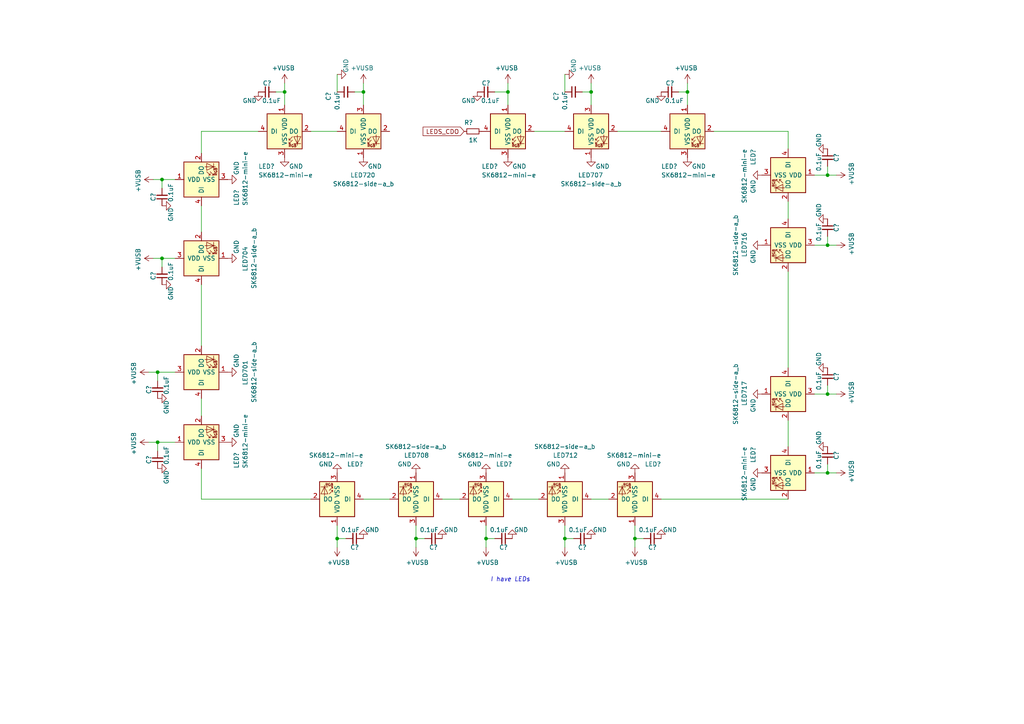
<source format=kicad_sch>
(kicad_sch
	(version 20250114)
	(generator "eeschema")
	(generator_version "9.0")
	(uuid "90758ff8-2eb0-4ed7-a6e9-d97935fe0348")
	(paper "A4")
	(lib_symbols
		(symbol "Device:C_Small"
			(pin_numbers
				(hide yes)
			)
			(pin_names
				(offset 0.254)
				(hide yes)
			)
			(exclude_from_sim no)
			(in_bom yes)
			(on_board yes)
			(property "Reference" "C"
				(at 0.254 1.778 0)
				(effects
					(font
						(size 1.27 1.27)
					)
					(justify left)
				)
			)
			(property "Value" "C_Small"
				(at 0.254 -2.032 0)
				(effects
					(font
						(size 1.27 1.27)
					)
					(justify left)
				)
			)
			(property "Footprint" ""
				(at 0 0 0)
				(effects
					(font
						(size 1.27 1.27)
					)
					(hide yes)
				)
			)
			(property "Datasheet" "~"
				(at 0 0 0)
				(effects
					(font
						(size 1.27 1.27)
					)
					(hide yes)
				)
			)
			(property "Description" "Unpolarized capacitor, small symbol"
				(at 0 0 0)
				(effects
					(font
						(size 1.27 1.27)
					)
					(hide yes)
				)
			)
			(property "ki_keywords" "capacitor cap"
				(at 0 0 0)
				(effects
					(font
						(size 1.27 1.27)
					)
					(hide yes)
				)
			)
			(property "ki_fp_filters" "C_*"
				(at 0 0 0)
				(effects
					(font
						(size 1.27 1.27)
					)
					(hide yes)
				)
			)
			(symbol "C_Small_0_1"
				(polyline
					(pts
						(xy -1.524 0.508) (xy 1.524 0.508)
					)
					(stroke
						(width 0.3048)
						(type default)
					)
					(fill
						(type none)
					)
				)
				(polyline
					(pts
						(xy -1.524 -0.508) (xy 1.524 -0.508)
					)
					(stroke
						(width 0.3302)
						(type default)
					)
					(fill
						(type none)
					)
				)
			)
			(symbol "C_Small_1_1"
				(pin passive line
					(at 0 2.54 270)
					(length 2.032)
					(name "~"
						(effects
							(font
								(size 1.27 1.27)
							)
						)
					)
					(number "1"
						(effects
							(font
								(size 1.27 1.27)
							)
						)
					)
				)
				(pin passive line
					(at 0 -2.54 90)
					(length 2.032)
					(name "~"
						(effects
							(font
								(size 1.27 1.27)
							)
						)
					)
					(number "2"
						(effects
							(font
								(size 1.27 1.27)
							)
						)
					)
				)
			)
			(embedded_fonts no)
		)
		(symbol "Device:R_Small"
			(pin_numbers
				(hide yes)
			)
			(pin_names
				(offset 0.254)
				(hide yes)
			)
			(exclude_from_sim no)
			(in_bom yes)
			(on_board yes)
			(property "Reference" "R"
				(at 0.762 0.508 0)
				(effects
					(font
						(size 1.27 1.27)
					)
					(justify left)
				)
			)
			(property "Value" "R_Small"
				(at 0.762 -1.016 0)
				(effects
					(font
						(size 1.27 1.27)
					)
					(justify left)
				)
			)
			(property "Footprint" ""
				(at 0 0 0)
				(effects
					(font
						(size 1.27 1.27)
					)
					(hide yes)
				)
			)
			(property "Datasheet" "~"
				(at 0 0 0)
				(effects
					(font
						(size 1.27 1.27)
					)
					(hide yes)
				)
			)
			(property "Description" "Resistor, small symbol"
				(at 0 0 0)
				(effects
					(font
						(size 1.27 1.27)
					)
					(hide yes)
				)
			)
			(property "ki_keywords" "R resistor"
				(at 0 0 0)
				(effects
					(font
						(size 1.27 1.27)
					)
					(hide yes)
				)
			)
			(property "ki_fp_filters" "R_*"
				(at 0 0 0)
				(effects
					(font
						(size 1.27 1.27)
					)
					(hide yes)
				)
			)
			(symbol "R_Small_0_1"
				(rectangle
					(start -0.762 1.778)
					(end 0.762 -1.778)
					(stroke
						(width 0.2032)
						(type default)
					)
					(fill
						(type none)
					)
				)
			)
			(symbol "R_Small_1_1"
				(pin passive line
					(at 0 2.54 270)
					(length 0.762)
					(name "~"
						(effects
							(font
								(size 1.27 1.27)
							)
						)
					)
					(number "1"
						(effects
							(font
								(size 1.27 1.27)
							)
						)
					)
				)
				(pin passive line
					(at 0 -2.54 90)
					(length 0.762)
					(name "~"
						(effects
							(font
								(size 1.27 1.27)
							)
						)
					)
					(number "2"
						(effects
							(font
								(size 1.27 1.27)
							)
						)
					)
				)
			)
			(embedded_fonts no)
		)
		(symbol "dp-LED:SK6812-mini-e"
			(pin_names
				(offset 1.016)
			)
			(exclude_from_sim no)
			(in_bom yes)
			(on_board yes)
			(property "Reference" "LED"
				(at 11.43 -5.08 0)
				(effects
					(font
						(size 1.27 1.27)
					)
				)
			)
			(property "Value" "SK6812-mini-e"
				(at 11.43 -7.62 0)
				(effects
					(font
						(size 1.27 1.27)
					)
				)
			)
			(property "Footprint" "dp-LED:SK6812-mini-e"
				(at 13.97 -10.16 0)
				(effects
					(font
						(size 1.27 1.27)
					)
					(hide yes)
				)
			)
			(property "Datasheet" ""
				(at 0 0 0)
				(effects
					(font
						(size 1.27 1.27)
					)
					(hide yes)
				)
			)
			(property "Description" ""
				(at 0 0 0)
				(effects
					(font
						(size 1.27 1.27)
					)
					(hide yes)
				)
			)
			(symbol "SK6812-mini-e_1_1"
				(polyline
					(pts
						(xy 1.27 -2.54) (xy 1.778 -2.54)
					)
					(stroke
						(width 0)
						(type solid)
					)
					(fill
						(type none)
					)
				)
				(polyline
					(pts
						(xy 1.27 -3.556) (xy 1.778 -3.556)
					)
					(stroke
						(width 0)
						(type solid)
					)
					(fill
						(type none)
					)
				)
				(polyline
					(pts
						(xy 2.286 -1.524) (xy 1.27 -2.54) (xy 1.27 -2.032)
					)
					(stroke
						(width 0)
						(type solid)
					)
					(fill
						(type none)
					)
				)
				(polyline
					(pts
						(xy 2.286 -2.54) (xy 1.27 -3.556) (xy 1.27 -3.048)
					)
					(stroke
						(width 0)
						(type solid)
					)
					(fill
						(type none)
					)
				)
				(polyline
					(pts
						(xy 3.683 -1.016) (xy 3.683 -3.556) (xy 3.683 -4.064)
					)
					(stroke
						(width 0)
						(type solid)
					)
					(fill
						(type none)
					)
				)
				(polyline
					(pts
						(xy 4.699 -1.524) (xy 2.667 -1.524) (xy 3.683 -3.556) (xy 4.699 -1.524)
					)
					(stroke
						(width 0)
						(type solid)
					)
					(fill
						(type none)
					)
				)
				(polyline
					(pts
						(xy 4.699 -3.556) (xy 2.667 -3.556)
					)
					(stroke
						(width 0)
						(type solid)
					)
					(fill
						(type none)
					)
				)
				(rectangle
					(start 5.08 5.08)
					(end -5.08 -5.08)
					(stroke
						(width 0.254)
						(type solid)
					)
					(fill
						(type background)
					)
				)
				(text "RGB"
					(at 2.286 -4.191 0)
					(effects
						(font
							(size 0.762 0.762)
						)
					)
				)
				(pin input line
					(at -7.62 0 0)
					(length 2.54)
					(name "DI"
						(effects
							(font
								(size 1.27 1.27)
							)
						)
					)
					(number "4"
						(effects
							(font
								(size 1.27 1.27)
							)
						)
					)
				)
				(pin power_in line
					(at 0 7.62 270)
					(length 2.54)
					(name "VDD"
						(effects
							(font
								(size 1.27 1.27)
							)
						)
					)
					(number "1"
						(effects
							(font
								(size 1.27 1.27)
							)
						)
					)
				)
				(pin power_in line
					(at 0 -7.62 90)
					(length 2.54)
					(name "VSS"
						(effects
							(font
								(size 1.27 1.27)
							)
						)
					)
					(number "3"
						(effects
							(font
								(size 1.27 1.27)
							)
						)
					)
				)
				(pin output line
					(at 7.62 0 180)
					(length 2.54)
					(name "DO"
						(effects
							(font
								(size 1.27 1.27)
							)
						)
					)
					(number "2"
						(effects
							(font
								(size 1.27 1.27)
							)
						)
					)
				)
			)
			(embedded_fonts no)
		)
		(symbol "dp-LED:SK6812-side-a_b"
			(pin_names
				(offset 1.016)
			)
			(exclude_from_sim no)
			(in_bom yes)
			(on_board yes)
			(property "Reference" "LED"
				(at 12.7 -5.08 0)
				(effects
					(font
						(size 1.27 1.27)
					)
				)
			)
			(property "Value" "SK6812-side-a_b"
				(at 12.7 -7.62 0)
				(effects
					(font
						(size 1.27 1.27)
					)
				)
			)
			(property "Footprint" "dp-LED:SK6812-side-a_b"
				(at 0 0 0)
				(effects
					(font
						(size 1.27 1.27)
					)
					(hide yes)
				)
			)
			(property "Datasheet" ""
				(at 0 0 0)
				(effects
					(font
						(size 1.27 1.27)
					)
					(hide yes)
				)
			)
			(property "Description" ""
				(at 0 0 0)
				(effects
					(font
						(size 1.27 1.27)
					)
					(hide yes)
				)
			)
			(symbol "SK6812-side-a_b_1_1"
				(polyline
					(pts
						(xy 1.27 -2.54) (xy 1.778 -2.54)
					)
					(stroke
						(width 0)
						(type solid)
					)
					(fill
						(type none)
					)
				)
				(polyline
					(pts
						(xy 1.27 -3.556) (xy 1.778 -3.556)
					)
					(stroke
						(width 0)
						(type solid)
					)
					(fill
						(type none)
					)
				)
				(polyline
					(pts
						(xy 2.286 -1.524) (xy 1.27 -2.54) (xy 1.27 -2.032)
					)
					(stroke
						(width 0)
						(type solid)
					)
					(fill
						(type none)
					)
				)
				(polyline
					(pts
						(xy 2.286 -2.54) (xy 1.27 -3.556) (xy 1.27 -3.048)
					)
					(stroke
						(width 0)
						(type solid)
					)
					(fill
						(type none)
					)
				)
				(polyline
					(pts
						(xy 3.683 -1.016) (xy 3.683 -3.556) (xy 3.683 -4.064)
					)
					(stroke
						(width 0)
						(type solid)
					)
					(fill
						(type none)
					)
				)
				(polyline
					(pts
						(xy 4.699 -1.524) (xy 2.667 -1.524) (xy 3.683 -3.556) (xy 4.699 -1.524)
					)
					(stroke
						(width 0)
						(type solid)
					)
					(fill
						(type none)
					)
				)
				(polyline
					(pts
						(xy 4.699 -3.556) (xy 2.667 -3.556)
					)
					(stroke
						(width 0)
						(type solid)
					)
					(fill
						(type none)
					)
				)
				(rectangle
					(start 5.08 5.08)
					(end -5.08 -5.08)
					(stroke
						(width 0.254)
						(type solid)
					)
					(fill
						(type background)
					)
				)
				(text "RGB"
					(at 2.286 -4.191 0)
					(effects
						(font
							(size 0.762 0.762)
						)
					)
				)
				(pin input line
					(at -7.62 0 0)
					(length 2.54)
					(name "DI"
						(effects
							(font
								(size 1.27 1.27)
							)
						)
					)
					(number "4"
						(effects
							(font
								(size 1.27 1.27)
							)
						)
					)
				)
				(pin power_in line
					(at 0 7.62 270)
					(length 2.54)
					(name "VDD"
						(effects
							(font
								(size 1.27 1.27)
							)
						)
					)
					(number "3"
						(effects
							(font
								(size 1.27 1.27)
							)
						)
					)
				)
				(pin power_in line
					(at 0 -7.62 90)
					(length 2.54)
					(name "VSS"
						(effects
							(font
								(size 1.27 1.27)
							)
						)
					)
					(number "1"
						(effects
							(font
								(size 1.27 1.27)
							)
						)
					)
				)
				(pin output line
					(at 7.62 0 180)
					(length 2.54)
					(name "DO"
						(effects
							(font
								(size 1.27 1.27)
							)
						)
					)
					(number "2"
						(effects
							(font
								(size 1.27 1.27)
							)
						)
					)
				)
			)
			(embedded_fonts no)
		)
		(symbol "dp-power:+VUSB"
			(power)
			(pin_names
				(offset 1.016)
			)
			(exclude_from_sim no)
			(in_bom yes)
			(on_board yes)
			(property "Reference" "#PWR"
				(at 0 0 0)
				(effects
					(font
						(size 1.27 1.27)
					)
					(hide yes)
				)
			)
			(property "Value" "+VUSB"
				(at 0 5.08 0)
				(effects
					(font
						(size 1.27 1.27)
					)
				)
			)
			(property "Footprint" ""
				(at 0 0 0)
				(effects
					(font
						(size 1.27 1.27)
					)
					(hide yes)
				)
			)
			(property "Datasheet" ""
				(at 0 0 0)
				(effects
					(font
						(size 1.27 1.27)
					)
					(hide yes)
				)
			)
			(property "Description" ""
				(at 0 0 0)
				(effects
					(font
						(size 1.27 1.27)
					)
					(hide yes)
				)
			)
			(property "ki_keywords" "power-flag"
				(at 0 0 0)
				(effects
					(font
						(size 1.27 1.27)
					)
					(hide yes)
				)
			)
			(symbol "+VUSB_0_1"
				(polyline
					(pts
						(xy 0 2.54) (xy -0.762 1.27)
					)
					(stroke
						(width 0)
						(type solid)
					)
					(fill
						(type none)
					)
				)
				(polyline
					(pts
						(xy 0 2.54) (xy 0.762 1.27)
					)
					(stroke
						(width 0)
						(type solid)
					)
					(fill
						(type none)
					)
				)
				(polyline
					(pts
						(xy 0 0) (xy 0 2.54)
					)
					(stroke
						(width 0)
						(type solid)
					)
					(fill
						(type none)
					)
				)
			)
			(symbol "+VUSB_1_1"
				(pin power_in line
					(at 0 0 90)
					(length 0)
					(hide yes)
					(name "+VUSB"
						(effects
							(font
								(size 1.27 1.27)
							)
						)
					)
					(number "1"
						(effects
							(font
								(size 1.27 1.27)
							)
						)
					)
				)
			)
			(embedded_fonts no)
		)
		(symbol "power:GND"
			(power)
			(pin_names
				(offset 0)
			)
			(exclude_from_sim no)
			(in_bom yes)
			(on_board yes)
			(property "Reference" "#PWR"
				(at 0 -6.35 0)
				(effects
					(font
						(size 1.27 1.27)
					)
					(hide yes)
				)
			)
			(property "Value" "GND"
				(at 0 -3.81 0)
				(effects
					(font
						(size 1.27 1.27)
					)
				)
			)
			(property "Footprint" ""
				(at 0 0 0)
				(effects
					(font
						(size 1.27 1.27)
					)
					(hide yes)
				)
			)
			(property "Datasheet" ""
				(at 0 0 0)
				(effects
					(font
						(size 1.27 1.27)
					)
					(hide yes)
				)
			)
			(property "Description" "Power symbol creates a global label with name \"GND\" , ground"
				(at 0 0 0)
				(effects
					(font
						(size 1.27 1.27)
					)
					(hide yes)
				)
			)
			(property "ki_keywords" "global power"
				(at 0 0 0)
				(effects
					(font
						(size 1.27 1.27)
					)
					(hide yes)
				)
			)
			(symbol "GND_0_1"
				(polyline
					(pts
						(xy 0 0) (xy 0 -1.27) (xy 1.27 -1.27) (xy 0 -2.54) (xy -1.27 -1.27) (xy 0 -1.27)
					)
					(stroke
						(width 0)
						(type default)
					)
					(fill
						(type none)
					)
				)
			)
			(symbol "GND_1_1"
				(pin power_in line
					(at 0 0 270)
					(length 0)
					(hide yes)
					(name "GND"
						(effects
							(font
								(size 1.27 1.27)
							)
						)
					)
					(number "1"
						(effects
							(font
								(size 1.27 1.27)
							)
						)
					)
				)
			)
			(embedded_fonts no)
		)
	)
	(text "I have LEDs"
		(exclude_from_sim no)
		(at 142.24 168.91 0)
		(effects
			(font
				(size 1.27 1.27)
				(italic yes)
			)
			(justify left bottom)
		)
		(uuid "ef4fc7de-9bae-4f63-817a-63c33b9cc89a")
	)
	(junction
		(at 199.39 26.67)
		(diameter 0)
		(color 0 0 0 0)
		(uuid "21c0081f-0800-4f78-8df3-258a32dfe1ee")
	)
	(junction
		(at 140.97 156.21)
		(diameter 0)
		(color 0 0 0 0)
		(uuid "2f19144b-7026-4536-9254-e91500e2fd03")
	)
	(junction
		(at 171.45 26.67)
		(diameter 0)
		(color 0 0 0 0)
		(uuid "2fd85613-aa45-4cd5-bbe8-c1508a15ab53")
	)
	(junction
		(at 147.32 26.67)
		(diameter 0)
		(color 0 0 0 0)
		(uuid "300fc48f-c449-4cc2-8437-f0223c2d65aa")
	)
	(junction
		(at 240.03 137.16)
		(diameter 0)
		(color 0 0 0 0)
		(uuid "319d17f5-f6ac-4a74-9a35-8d1d65669027")
	)
	(junction
		(at 105.41 26.67)
		(diameter 0)
		(color 0 0 0 0)
		(uuid "36de976d-a021-46b8-9679-838df41524a8")
	)
	(junction
		(at 184.15 156.21)
		(diameter 0)
		(color 0 0 0 0)
		(uuid "3af95e57-3d2a-40a6-8ac3-cc7e41e128a9")
	)
	(junction
		(at 82.55 26.67)
		(diameter 0)
		(color 0 0 0 0)
		(uuid "6ce302aa-bce9-49d8-b5bb-6408d26b669e")
	)
	(junction
		(at 240.03 114.3)
		(diameter 0)
		(color 0 0 0 0)
		(uuid "863cc2ac-7056-4047-b585-ece355c57479")
	)
	(junction
		(at 45.72 107.95)
		(diameter 0)
		(color 0 0 0 0)
		(uuid "870a2f92-8896-4c19-bdff-96c807cdcc61")
	)
	(junction
		(at 46.99 74.93)
		(diameter 0)
		(color 0 0 0 0)
		(uuid "8a820d40-4a37-4fdc-9083-1d166655cad7")
	)
	(junction
		(at 46.99 52.07)
		(diameter 0)
		(color 0 0 0 0)
		(uuid "b5913a40-9a4f-416a-a90e-3d151c3f7e72")
	)
	(junction
		(at 97.79 156.21)
		(diameter 0)
		(color 0 0 0 0)
		(uuid "b9298824-5608-4ddc-a967-1f67a46c7519")
	)
	(junction
		(at 240.03 50.8)
		(diameter 0)
		(color 0 0 0 0)
		(uuid "bbcac661-28b6-4dd2-8425-af17ed941fdb")
	)
	(junction
		(at 120.65 156.21)
		(diameter 0)
		(color 0 0 0 0)
		(uuid "cf79e0c3-ff3d-4f15-9412-1ec317d18614")
	)
	(junction
		(at 163.83 156.21)
		(diameter 0)
		(color 0 0 0 0)
		(uuid "d62f9f70-2558-4188-916b-bc7383056b02")
	)
	(junction
		(at 45.72 128.27)
		(diameter 0)
		(color 0 0 0 0)
		(uuid "e1c391f8-0e35-4c28-acf2-9c88d189daa1")
	)
	(junction
		(at 240.03 71.12)
		(diameter 0)
		(color 0 0 0 0)
		(uuid "f417c14e-f3e4-412e-a17a-dd9f5885cce2")
	)
	(wire
		(pts
			(xy 240.03 48.26) (xy 240.03 50.8)
		)
		(stroke
			(width 0)
			(type default)
		)
		(uuid "05502d35-4775-4394-9c65-603cca1dd177")
	)
	(wire
		(pts
			(xy 228.6 129.54) (xy 228.6 121.92)
		)
		(stroke
			(width 0)
			(type default)
		)
		(uuid "0fc6f50e-e3d7-438e-a64e-3f4ea3e6a9e9")
	)
	(wire
		(pts
			(xy 240.03 71.12) (xy 236.22 71.12)
		)
		(stroke
			(width 0)
			(type default)
		)
		(uuid "10b0b475-0f11-43bf-a409-9d31433e8bd0")
	)
	(wire
		(pts
			(xy 148.59 144.78) (xy 156.21 144.78)
		)
		(stroke
			(width 0)
			(type default)
		)
		(uuid "132bec1b-dcb7-495d-a7e0-f45ac68f6f00")
	)
	(wire
		(pts
			(xy 196.85 26.67) (xy 199.39 26.67)
		)
		(stroke
			(width 0)
			(type default)
		)
		(uuid "1404ff1b-71ce-45b4-a08a-ef9edffe6993")
	)
	(wire
		(pts
			(xy 240.03 111.76) (xy 240.03 114.3)
		)
		(stroke
			(width 0)
			(type default)
		)
		(uuid "1406bd12-3531-422e-adbd-878e8abd2ae9")
	)
	(wire
		(pts
			(xy 58.42 82.55) (xy 58.42 100.33)
		)
		(stroke
			(width 0)
			(type default)
		)
		(uuid "16a47d75-d3aa-465a-8beb-eb9d981d974d")
	)
	(wire
		(pts
			(xy 199.39 24.13) (xy 199.39 26.67)
		)
		(stroke
			(width 0)
			(type default)
		)
		(uuid "1b0d4259-f512-423e-963a-19e9202d815c")
	)
	(wire
		(pts
			(xy 179.07 38.1) (xy 191.77 38.1)
		)
		(stroke
			(width 0)
			(type default)
		)
		(uuid "224a16cd-1234-47ec-ba73-526d9a214742")
	)
	(wire
		(pts
			(xy 58.42 44.45) (xy 58.42 38.1)
		)
		(stroke
			(width 0)
			(type default)
		)
		(uuid "26d06953-109d-4d32-b1c8-aac37960b906")
	)
	(wire
		(pts
			(xy 140.97 156.21) (xy 140.97 152.4)
		)
		(stroke
			(width 0)
			(type default)
		)
		(uuid "27fbf0d2-09b6-4748-8ade-5c84b410017b")
	)
	(wire
		(pts
			(xy 46.99 77.47) (xy 46.99 74.93)
		)
		(stroke
			(width 0)
			(type default)
		)
		(uuid "29c294e0-30d6-4991-b019-11adbddeb1c2")
	)
	(wire
		(pts
			(xy 163.83 156.21) (xy 163.83 152.4)
		)
		(stroke
			(width 0)
			(type default)
		)
		(uuid "2c765a38-a6eb-46b9-a3ad-8200fdb18200")
	)
	(wire
		(pts
			(xy 184.15 158.75) (xy 184.15 156.21)
		)
		(stroke
			(width 0)
			(type default)
		)
		(uuid "2d1c8af8-c2c7-47c3-8cfd-f0af5c2e552f")
	)
	(wire
		(pts
			(xy 154.94 38.1) (xy 163.83 38.1)
		)
		(stroke
			(width 0)
			(type default)
		)
		(uuid "3083b895-07e3-478d-986f-c3bff929ebd5")
	)
	(wire
		(pts
			(xy 45.72 110.49) (xy 45.72 107.95)
		)
		(stroke
			(width 0)
			(type default)
		)
		(uuid "3717881f-7448-4694-aa9f-b3ffeaef2445")
	)
	(wire
		(pts
			(xy 228.6 58.42) (xy 228.6 63.5)
		)
		(stroke
			(width 0)
			(type default)
		)
		(uuid "38ecc365-45b2-4529-827b-ed76f7432f87")
	)
	(wire
		(pts
			(xy 45.72 107.95) (xy 50.8 107.95)
		)
		(stroke
			(width 0)
			(type default)
		)
		(uuid "3b67e951-bff0-4990-8efb-5515a974a60e")
	)
	(wire
		(pts
			(xy 143.51 156.21) (xy 140.97 156.21)
		)
		(stroke
			(width 0)
			(type default)
		)
		(uuid "3b84b2e1-056e-44b8-a616-4ae771a30c76")
	)
	(wire
		(pts
			(xy 228.6 78.74) (xy 228.6 106.68)
		)
		(stroke
			(width 0)
			(type default)
		)
		(uuid "3ef3f526-5004-43de-ac06-a2925c681f3d")
	)
	(wire
		(pts
			(xy 147.32 26.67) (xy 147.32 30.48)
		)
		(stroke
			(width 0)
			(type default)
		)
		(uuid "45c4f1e9-8b21-496c-a208-046069224c38")
	)
	(wire
		(pts
			(xy 133.35 144.78) (xy 128.27 144.78)
		)
		(stroke
			(width 0)
			(type default)
		)
		(uuid "4a36e537-8001-4ffb-ab17-24c50d5d8a56")
	)
	(wire
		(pts
			(xy 105.41 24.13) (xy 105.41 26.67)
		)
		(stroke
			(width 0)
			(type default)
		)
		(uuid "4d44e773-427a-4761-8198-04b9605eadff")
	)
	(wire
		(pts
			(xy 58.42 59.69) (xy 58.42 67.31)
		)
		(stroke
			(width 0)
			(type default)
		)
		(uuid "4de41f5b-8534-44e5-823d-7a0160b76c37")
	)
	(wire
		(pts
			(xy 43.18 107.95) (xy 45.72 107.95)
		)
		(stroke
			(width 0)
			(type default)
		)
		(uuid "52b6b9aa-15ca-4188-9634-207d3c1edc9a")
	)
	(wire
		(pts
			(xy 140.97 158.75) (xy 140.97 156.21)
		)
		(stroke
			(width 0)
			(type default)
		)
		(uuid "55bf5b62-6ca8-49ff-be79-703c501bed8b")
	)
	(wire
		(pts
			(xy 46.99 52.07) (xy 50.8 52.07)
		)
		(stroke
			(width 0)
			(type default)
		)
		(uuid "562691e6-df03-4cdd-b3a0-2dfbba4cfbfa")
	)
	(wire
		(pts
			(xy 123.19 156.21) (xy 120.65 156.21)
		)
		(stroke
			(width 0)
			(type default)
		)
		(uuid "5a4ce2ed-f256-4ed1-9bb1-3975b2399337")
	)
	(wire
		(pts
			(xy 97.79 156.21) (xy 97.79 152.4)
		)
		(stroke
			(width 0)
			(type default)
		)
		(uuid "5c22b1a5-73ec-4eab-bd17-e53ba12dae64")
	)
	(wire
		(pts
			(xy 97.79 158.75) (xy 97.79 156.21)
		)
		(stroke
			(width 0)
			(type default)
		)
		(uuid "5c5c4fc9-38fa-4a26-8299-800ba903bf97")
	)
	(wire
		(pts
			(xy 45.72 130.81) (xy 45.72 128.27)
		)
		(stroke
			(width 0)
			(type default)
		)
		(uuid "5c69d0fe-1d27-411e-b0af-b1a35940a6dc")
	)
	(wire
		(pts
			(xy 120.65 156.21) (xy 120.65 152.4)
		)
		(stroke
			(width 0)
			(type default)
		)
		(uuid "653609ed-bef5-482b-b3e6-390187970003")
	)
	(wire
		(pts
			(xy 97.79 26.67) (xy 97.79 21.59)
		)
		(stroke
			(width 0)
			(type default)
		)
		(uuid "6ca618a5-61f2-4853-a56b-44c4c1996cff")
	)
	(wire
		(pts
			(xy 80.01 26.67) (xy 82.55 26.67)
		)
		(stroke
			(width 0)
			(type default)
		)
		(uuid "7031d301-4dc4-44c3-8b07-6528a069446f")
	)
	(wire
		(pts
			(xy 147.32 24.13) (xy 147.32 26.67)
		)
		(stroke
			(width 0)
			(type default)
		)
		(uuid "72e678a5-db91-41d8-87c7-fb1d4d64af26")
	)
	(wire
		(pts
			(xy 168.91 26.67) (xy 171.45 26.67)
		)
		(stroke
			(width 0)
			(type default)
		)
		(uuid "7406758b-5cfe-4e96-8df3-15e673664410")
	)
	(wire
		(pts
			(xy 242.57 114.3) (xy 240.03 114.3)
		)
		(stroke
			(width 0)
			(type default)
		)
		(uuid "7519eedd-6333-4366-9960-dda135b9a337")
	)
	(wire
		(pts
			(xy 186.69 156.21) (xy 184.15 156.21)
		)
		(stroke
			(width 0)
			(type default)
		)
		(uuid "7b689e0c-b427-4900-8ab8-4c93cf003edb")
	)
	(wire
		(pts
			(xy 105.41 26.67) (xy 105.41 30.48)
		)
		(stroke
			(width 0)
			(type default)
		)
		(uuid "7b9dcb80-8e1d-4e35-9c99-72c66765f4b6")
	)
	(wire
		(pts
			(xy 58.42 135.89) (xy 58.42 144.78)
		)
		(stroke
			(width 0)
			(type default)
		)
		(uuid "7d4c1a44-4dfb-4266-a605-d4d1f7c26f77")
	)
	(wire
		(pts
			(xy 120.65 158.75) (xy 120.65 156.21)
		)
		(stroke
			(width 0)
			(type default)
		)
		(uuid "7dcc42df-a7d6-4819-9569-3a6b27b147f1")
	)
	(wire
		(pts
			(xy 242.57 71.12) (xy 240.03 71.12)
		)
		(stroke
			(width 0)
			(type default)
		)
		(uuid "852785ee-030d-475a-8908-d23e88643b70")
	)
	(wire
		(pts
			(xy 44.45 52.07) (xy 46.99 52.07)
		)
		(stroke
			(width 0)
			(type default)
		)
		(uuid "93dc4358-ae83-4f77-a8ad-60fcc5adca75")
	)
	(wire
		(pts
			(xy 100.33 156.21) (xy 97.79 156.21)
		)
		(stroke
			(width 0)
			(type default)
		)
		(uuid "95e7967b-b7a6-4094-8a1c-c7fef5232b82")
	)
	(wire
		(pts
			(xy 228.6 43.18) (xy 228.6 38.1)
		)
		(stroke
			(width 0)
			(type default)
		)
		(uuid "97c34340-7832-41be-92d5-e093e9de85a7")
	)
	(wire
		(pts
			(xy 171.45 24.13) (xy 171.45 26.67)
		)
		(stroke
			(width 0)
			(type default)
		)
		(uuid "9b99ea8a-c156-4d2a-8ce5-496e77886ae7")
	)
	(wire
		(pts
			(xy 102.87 26.67) (xy 105.41 26.67)
		)
		(stroke
			(width 0)
			(type default)
		)
		(uuid "9c690486-aa74-4e94-a503-b7ddfc1b5d9b")
	)
	(wire
		(pts
			(xy 44.45 74.93) (xy 46.99 74.93)
		)
		(stroke
			(width 0)
			(type default)
		)
		(uuid "a2fcfe95-e129-4a2a-ae9e-5c75396393cd")
	)
	(wire
		(pts
			(xy 240.03 68.58) (xy 240.03 71.12)
		)
		(stroke
			(width 0)
			(type default)
		)
		(uuid "a40e8bda-df3b-41c7-af22-8afac5e486ff")
	)
	(wire
		(pts
			(xy 176.53 144.78) (xy 171.45 144.78)
		)
		(stroke
			(width 0)
			(type default)
		)
		(uuid "a41ff41e-ae21-4acb-928d-260db589fc56")
	)
	(wire
		(pts
			(xy 82.55 24.13) (xy 82.55 26.67)
		)
		(stroke
			(width 0)
			(type default)
		)
		(uuid "a72847f0-6d28-4823-98e9-54846d12c178")
	)
	(wire
		(pts
			(xy 240.03 137.16) (xy 236.22 137.16)
		)
		(stroke
			(width 0)
			(type default)
		)
		(uuid "ac231222-3e36-4932-a21b-38e92f72b88c")
	)
	(wire
		(pts
			(xy 184.15 156.21) (xy 184.15 152.4)
		)
		(stroke
			(width 0)
			(type default)
		)
		(uuid "b0c55200-c825-4ab5-a799-7d14eff6dfb5")
	)
	(wire
		(pts
			(xy 163.83 26.67) (xy 163.83 21.59)
		)
		(stroke
			(width 0)
			(type default)
		)
		(uuid "b29fbf1b-a25c-4b44-99c1-610f3c279e5f")
	)
	(wire
		(pts
			(xy 46.99 54.61) (xy 46.99 52.07)
		)
		(stroke
			(width 0)
			(type default)
		)
		(uuid "b98308a8-b6bb-4391-afa2-194b699c75b4")
	)
	(wire
		(pts
			(xy 171.45 26.67) (xy 171.45 30.48)
		)
		(stroke
			(width 0)
			(type default)
		)
		(uuid "bfe79ef8-b547-4902-b5dc-4df07beae7c6")
	)
	(wire
		(pts
			(xy 90.17 144.78) (xy 58.42 144.78)
		)
		(stroke
			(width 0)
			(type default)
		)
		(uuid "c26aabdf-536b-4c4e-8b01-7b2abff57141")
	)
	(wire
		(pts
			(xy 166.37 156.21) (xy 163.83 156.21)
		)
		(stroke
			(width 0)
			(type default)
		)
		(uuid "c5ad947c-ef44-4e8c-8ea0-976918ae05da")
	)
	(wire
		(pts
			(xy 199.39 26.67) (xy 199.39 30.48)
		)
		(stroke
			(width 0)
			(type default)
		)
		(uuid "c8af62dd-6e6c-4041-9f38-b2bc6b8c7858")
	)
	(wire
		(pts
			(xy 58.42 120.65) (xy 58.42 115.57)
		)
		(stroke
			(width 0)
			(type default)
		)
		(uuid "ccf3c5f8-7b00-4b77-acec-45ea03268292")
	)
	(wire
		(pts
			(xy 43.18 128.27) (xy 45.72 128.27)
		)
		(stroke
			(width 0)
			(type default)
		)
		(uuid "d01755b9-572a-4619-84cc-02b2a1bb3fae")
	)
	(wire
		(pts
			(xy 207.01 38.1) (xy 228.6 38.1)
		)
		(stroke
			(width 0)
			(type default)
		)
		(uuid "d3406ff9-55c2-4b77-870f-16ee29e7665e")
	)
	(wire
		(pts
			(xy 46.99 74.93) (xy 50.8 74.93)
		)
		(stroke
			(width 0)
			(type default)
		)
		(uuid "d73b0446-0345-4ed3-8a97-dcf33ba4b437")
	)
	(wire
		(pts
			(xy 58.42 38.1) (xy 74.93 38.1)
		)
		(stroke
			(width 0)
			(type default)
		)
		(uuid "dc80ec3a-1d27-485e-a7c9-6c3c8a06672e")
	)
	(wire
		(pts
			(xy 242.57 137.16) (xy 240.03 137.16)
		)
		(stroke
			(width 0)
			(type default)
		)
		(uuid "dcc34f76-f7df-4c14-870f-25e8130f24fa")
	)
	(wire
		(pts
			(xy 191.77 144.78) (xy 228.6 144.78)
		)
		(stroke
			(width 0)
			(type default)
		)
		(uuid "df54cd7a-b201-4429-a8c7-43ad47614595")
	)
	(wire
		(pts
			(xy 45.72 128.27) (xy 50.8 128.27)
		)
		(stroke
			(width 0)
			(type default)
		)
		(uuid "e19a92c6-826b-49ca-abf3-bdde76f478bf")
	)
	(wire
		(pts
			(xy 82.55 26.67) (xy 82.55 30.48)
		)
		(stroke
			(width 0)
			(type default)
		)
		(uuid "e4bf7a4f-9c11-4b13-91f7-389c7200d387")
	)
	(wire
		(pts
			(xy 105.41 144.78) (xy 113.03 144.78)
		)
		(stroke
			(width 0)
			(type default)
		)
		(uuid "e4ef4958-763c-4f44-bc28-963bd085c308")
	)
	(wire
		(pts
			(xy 163.83 158.75) (xy 163.83 156.21)
		)
		(stroke
			(width 0)
			(type default)
		)
		(uuid "e851f0b3-09ab-44e2-9c32-aa15b421c641")
	)
	(wire
		(pts
			(xy 143.51 26.67) (xy 147.32 26.67)
		)
		(stroke
			(width 0)
			(type default)
		)
		(uuid "efa92a39-a15f-473e-9ede-76173b8e2e8f")
	)
	(wire
		(pts
			(xy 240.03 114.3) (xy 236.22 114.3)
		)
		(stroke
			(width 0)
			(type default)
		)
		(uuid "f31799c7-2243-4c58-b55b-cdd9e9d761e9")
	)
	(wire
		(pts
			(xy 90.17 38.1) (xy 97.79 38.1)
		)
		(stroke
			(width 0)
			(type default)
		)
		(uuid "f4d76d8c-3d40-476e-b63b-6ba9cc2c7089")
	)
	(wire
		(pts
			(xy 240.03 50.8) (xy 236.22 50.8)
		)
		(stroke
			(width 0)
			(type default)
		)
		(uuid "f5b0d965-1b0f-4db0-8905-ac65254837c4")
	)
	(wire
		(pts
			(xy 242.57 50.8) (xy 240.03 50.8)
		)
		(stroke
			(width 0)
			(type default)
		)
		(uuid "f7082490-8243-4192-a195-455a9410800d")
	)
	(wire
		(pts
			(xy 240.03 134.62) (xy 240.03 137.16)
		)
		(stroke
			(width 0)
			(type default)
		)
		(uuid "fe4d19b9-2d0c-4f2d-8f89-fb19d83ca6dd")
	)
	(global_label "LEDS_CDO"
		(shape input)
		(at 134.62 38.1 180)
		(effects
			(font
				(size 1.27 1.27)
			)
			(justify right)
		)
		(uuid "c940f6bc-7ceb-4c8c-90f8-5a61e41d2730")
		(property "Intersheetrefs" "${INTERSHEET_REFS}"
			(at 134.62 38.1 0)
			(effects
				(font
					(size 1.27 1.27)
				)
				(hide yes)
			)
		)
	)
	(symbol
		(lib_id "dp-power:+VUSB")
		(at 44.45 74.93 90)
		(unit 1)
		(exclude_from_sim no)
		(in_bom yes)
		(on_board yes)
		(dnp no)
		(uuid "00000000-0000-0000-0000-000060ee0dc7")
		(property "Reference" "#PWR0704"
			(at 44.45 74.93 0)
			(effects
				(font
					(size 1.27 1.27)
				)
				(hide yes)
			)
		)
		(property "Value" "+VUSB"
			(at 40.0558 75.311 0)
			(effects
				(font
					(size 1.27 1.27)
				)
			)
		)
		(property "Footprint" ""
			(at 44.45 74.93 0)
			(effects
				(font
					(size 1.27 1.27)
				)
				(hide yes)
			)
		)
		(property "Datasheet" ""
			(at 44.45 74.93 0)
			(effects
				(font
					(size 1.27 1.27)
				)
				(hide yes)
			)
		)
		(property "Description" ""
			(at 44.45 74.93 0)
			(effects
				(font
					(size 1.27 1.27)
				)
				(hide yes)
			)
		)
		(pin "1"
			(uuid "25f5ac65-54c8-4db9-bed2-d7df1db4a538")
		)
		(instances
			(project "REV0"
				(path "/1f56410a-eaac-4444-b0f7-cfd3531e22ac"
					(reference "#PWR?")
					(unit 1)
				)
				(path "/1f56410a-eaac-4444-b0f7-cfd3531e22ac/00000000-0000-0000-0000-000060edd46d"
					(reference "#PWR0704")
					(unit 1)
				)
			)
		)
	)
	(symbol
		(lib_id "power:GND")
		(at 46.99 82.55 90)
		(unit 1)
		(exclude_from_sim no)
		(in_bom yes)
		(on_board yes)
		(dnp no)
		(uuid "00000000-0000-0000-0000-000060ee0dcd")
		(property "Reference" "#PWR0708"
			(at 53.34 82.55 0)
			(effects
				(font
					(size 1.27 1.27)
				)
				(hide yes)
			)
		)
		(property "Value" "GND"
			(at 49.53 85.09 0)
			(effects
				(font
					(size 1.27 1.27)
				)
			)
		)
		(property "Footprint" ""
			(at 46.99 82.55 0)
			(effects
				(font
					(size 1.27 1.27)
				)
				(hide yes)
			)
		)
		(property "Datasheet" ""
			(at 46.99 82.55 0)
			(effects
				(font
					(size 1.27 1.27)
				)
				(hide yes)
			)
		)
		(property "Description" ""
			(at 46.99 82.55 0)
			(effects
				(font
					(size 1.27 1.27)
				)
				(hide yes)
			)
		)
		(pin "1"
			(uuid "fee862ee-e58c-4b76-8179-0a677876611f")
		)
		(instances
			(project "REV0"
				(path "/1f56410a-eaac-4444-b0f7-cfd3531e22ac"
					(reference "#PWR?")
					(unit 1)
				)
				(path "/1f56410a-eaac-4444-b0f7-cfd3531e22ac/00000000-0000-0000-0000-000060edd46d"
					(reference "#PWR0708")
					(unit 1)
				)
			)
		)
	)
	(symbol
		(lib_id "Device:C_Small")
		(at 46.99 80.01 180)
		(unit 1)
		(exclude_from_sim no)
		(in_bom yes)
		(on_board yes)
		(dnp no)
		(uuid "00000000-0000-0000-0000-000060ee0dd5")
		(property "Reference" "C704"
			(at 44.45 80.01 90)
			(effects
				(font
					(size 1.27 1.27)
				)
			)
		)
		(property "Value" "0.1uF"
			(at 49.53 78.74 90)
			(effects
				(font
					(size 1.27 1.27)
				)
			)
		)
		(property "Footprint" "Capacitor_SMD:C_0402_1005Metric"
			(at 46.99 80.01 0)
			(effects
				(font
					(size 1.27 1.27)
				)
				(hide yes)
			)
		)
		(property "Datasheet" "~"
			(at 46.99 80.01 0)
			(effects
				(font
					(size 1.27 1.27)
				)
				(hide yes)
			)
		)
		(property "Description" ""
			(at 46.99 80.01 0)
			(effects
				(font
					(size 1.27 1.27)
				)
				(hide yes)
			)
		)
		(property "RMB" "0.00628"
			(at 46.99 80.01 0)
			(effects
				(font
					(size 1.27 1.27)
				)
				(hide yes)
			)
		)
		(property "Supplier" "https://item.szlcsc.com/1877.html"
			(at 46.99 80.01 0)
			(effects
				(font
					(size 1.27 1.27)
				)
				(hide yes)
			)
		)
		(pin "1"
			(uuid "58bed7ef-e544-4ef1-be49-d9b0cf3a5fa8")
		)
		(pin "2"
			(uuid "d0395662-ac62-4d42-8f55-c4244b388afd")
		)
		(instances
			(project "REV0"
				(path "/1f56410a-eaac-4444-b0f7-cfd3531e22ac"
					(reference "C?")
					(unit 1)
				)
				(path "/1f56410a-eaac-4444-b0f7-cfd3531e22ac/00000000-0000-0000-0000-000060edd46d"
					(reference "C704")
					(unit 1)
				)
			)
		)
	)
	(symbol
		(lib_id "power:GND")
		(at 66.04 74.93 90)
		(unit 1)
		(exclude_from_sim no)
		(in_bom yes)
		(on_board yes)
		(dnp no)
		(uuid "00000000-0000-0000-0000-000060ee0ddb")
		(property "Reference" "#PWR0712"
			(at 72.39 74.93 0)
			(effects
				(font
					(size 1.27 1.27)
				)
				(hide yes)
			)
		)
		(property "Value" "GND"
			(at 68.58 73.66 0)
			(effects
				(font
					(size 1.27 1.27)
				)
				(justify left)
			)
		)
		(property "Footprint" ""
			(at 66.04 74.93 0)
			(effects
				(font
					(size 1.27 1.27)
				)
				(hide yes)
			)
		)
		(property "Datasheet" ""
			(at 66.04 74.93 0)
			(effects
				(font
					(size 1.27 1.27)
				)
				(hide yes)
			)
		)
		(property "Description" ""
			(at 66.04 74.93 0)
			(effects
				(font
					(size 1.27 1.27)
				)
				(hide yes)
			)
		)
		(pin "1"
			(uuid "60fbf640-87d0-4ff5-a697-9cfbc43faf14")
		)
		(instances
			(project "REV0"
				(path "/1f56410a-eaac-4444-b0f7-cfd3531e22ac"
					(reference "#PWR?")
					(unit 1)
				)
				(path "/1f56410a-eaac-4444-b0f7-cfd3531e22ac/00000000-0000-0000-0000-000060edd46d"
					(reference "#PWR0712")
					(unit 1)
				)
			)
		)
	)
	(symbol
		(lib_id "dp-power:+VUSB")
		(at 44.45 52.07 90)
		(unit 1)
		(exclude_from_sim no)
		(in_bom yes)
		(on_board yes)
		(dnp no)
		(uuid "00000000-0000-0000-0000-000060ee0de8")
		(property "Reference" "#PWR0703"
			(at 44.45 52.07 0)
			(effects
				(font
					(size 1.27 1.27)
				)
				(hide yes)
			)
		)
		(property "Value" "+VUSB"
			(at 40.0558 52.451 0)
			(effects
				(font
					(size 1.27 1.27)
				)
			)
		)
		(property "Footprint" ""
			(at 44.45 52.07 0)
			(effects
				(font
					(size 1.27 1.27)
				)
				(hide yes)
			)
		)
		(property "Datasheet" ""
			(at 44.45 52.07 0)
			(effects
				(font
					(size 1.27 1.27)
				)
				(hide yes)
			)
		)
		(property "Description" ""
			(at 44.45 52.07 0)
			(effects
				(font
					(size 1.27 1.27)
				)
				(hide yes)
			)
		)
		(pin "1"
			(uuid "c77759fa-2678-4ae9-9939-11725ca592bd")
		)
		(instances
			(project "REV0"
				(path "/1f56410a-eaac-4444-b0f7-cfd3531e22ac"
					(reference "#PWR?")
					(unit 1)
				)
				(path "/1f56410a-eaac-4444-b0f7-cfd3531e22ac/00000000-0000-0000-0000-000060edd46d"
					(reference "#PWR0703")
					(unit 1)
				)
			)
		)
	)
	(symbol
		(lib_id "power:GND")
		(at 46.99 59.69 90)
		(unit 1)
		(exclude_from_sim no)
		(in_bom yes)
		(on_board yes)
		(dnp no)
		(uuid "00000000-0000-0000-0000-000060ee0dee")
		(property "Reference" "#PWR0707"
			(at 53.34 59.69 0)
			(effects
				(font
					(size 1.27 1.27)
				)
				(hide yes)
			)
		)
		(property "Value" "GND"
			(at 49.53 62.23 0)
			(effects
				(font
					(size 1.27 1.27)
				)
			)
		)
		(property "Footprint" ""
			(at 46.99 59.69 0)
			(effects
				(font
					(size 1.27 1.27)
				)
				(hide yes)
			)
		)
		(property "Datasheet" ""
			(at 46.99 59.69 0)
			(effects
				(font
					(size 1.27 1.27)
				)
				(hide yes)
			)
		)
		(property "Description" ""
			(at 46.99 59.69 0)
			(effects
				(font
					(size 1.27 1.27)
				)
				(hide yes)
			)
		)
		(pin "1"
			(uuid "abd73315-fc9d-4786-a307-fcc98f595b91")
		)
		(instances
			(project "REV0"
				(path "/1f56410a-eaac-4444-b0f7-cfd3531e22ac"
					(reference "#PWR?")
					(unit 1)
				)
				(path "/1f56410a-eaac-4444-b0f7-cfd3531e22ac/00000000-0000-0000-0000-000060edd46d"
					(reference "#PWR0707")
					(unit 1)
				)
			)
		)
	)
	(symbol
		(lib_id "Device:C_Small")
		(at 46.99 57.15 180)
		(unit 1)
		(exclude_from_sim no)
		(in_bom yes)
		(on_board yes)
		(dnp no)
		(uuid "00000000-0000-0000-0000-000060ee0df6")
		(property "Reference" "C703"
			(at 44.45 57.15 90)
			(effects
				(font
					(size 1.27 1.27)
				)
			)
		)
		(property "Value" "0.1uF"
			(at 49.53 55.88 90)
			(effects
				(font
					(size 1.27 1.27)
				)
			)
		)
		(property "Footprint" "Capacitor_SMD:C_0402_1005Metric"
			(at 46.99 57.15 0)
			(effects
				(font
					(size 1.27 1.27)
				)
				(hide yes)
			)
		)
		(property "Datasheet" "~"
			(at 46.99 57.15 0)
			(effects
				(font
					(size 1.27 1.27)
				)
				(hide yes)
			)
		)
		(property "Description" ""
			(at 46.99 57.15 0)
			(effects
				(font
					(size 1.27 1.27)
				)
				(hide yes)
			)
		)
		(property "RMB" "0.00628"
			(at 46.99 57.15 0)
			(effects
				(font
					(size 1.27 1.27)
				)
				(hide yes)
			)
		)
		(property "Supplier" "https://item.szlcsc.com/1877.html"
			(at 46.99 57.15 0)
			(effects
				(font
					(size 1.27 1.27)
				)
				(hide yes)
			)
		)
		(pin "1"
			(uuid "ef6f8aee-fbd8-4f0e-a547-02910ea34015")
		)
		(pin "2"
			(uuid "7c7f8909-39bf-40cf-b831-de2823b71cc6")
		)
		(instances
			(project "REV0"
				(path "/1f56410a-eaac-4444-b0f7-cfd3531e22ac"
					(reference "C?")
					(unit 1)
				)
				(path "/1f56410a-eaac-4444-b0f7-cfd3531e22ac/00000000-0000-0000-0000-000060edd46d"
					(reference "C703")
					(unit 1)
				)
			)
		)
	)
	(symbol
		(lib_id "power:GND")
		(at 66.04 52.07 90)
		(unit 1)
		(exclude_from_sim no)
		(in_bom yes)
		(on_board yes)
		(dnp no)
		(uuid "00000000-0000-0000-0000-000060ee0dfc")
		(property "Reference" "#PWR0711"
			(at 72.39 52.07 0)
			(effects
				(font
					(size 1.27 1.27)
				)
				(hide yes)
			)
		)
		(property "Value" "GND"
			(at 68.58 50.8 0)
			(effects
				(font
					(size 1.27 1.27)
				)
				(justify left)
			)
		)
		(property "Footprint" ""
			(at 66.04 52.07 0)
			(effects
				(font
					(size 1.27 1.27)
				)
				(hide yes)
			)
		)
		(property "Datasheet" ""
			(at 66.04 52.07 0)
			(effects
				(font
					(size 1.27 1.27)
				)
				(hide yes)
			)
		)
		(property "Description" ""
			(at 66.04 52.07 0)
			(effects
				(font
					(size 1.27 1.27)
				)
				(hide yes)
			)
		)
		(pin "1"
			(uuid "02d7cdb2-df1b-41aa-bc30-a8cf401c75f2")
		)
		(instances
			(project "REV0"
				(path "/1f56410a-eaac-4444-b0f7-cfd3531e22ac"
					(reference "#PWR?")
					(unit 1)
				)
				(path "/1f56410a-eaac-4444-b0f7-cfd3531e22ac/00000000-0000-0000-0000-000060edd46d"
					(reference "#PWR0711")
					(unit 1)
				)
			)
		)
	)
	(symbol
		(lib_id "dp-LED:SK6812-mini-e")
		(at 58.42 52.07 90)
		(unit 1)
		(exclude_from_sim no)
		(in_bom yes)
		(on_board yes)
		(dnp no)
		(uuid "00000000-0000-0000-0000-000060ee0e12")
		(property "Reference" "LED703"
			(at 68.58 59.69 0)
			(effects
				(font
					(size 1.27 1.27)
				)
				(justify left)
			)
		)
		(property "Value" "SK6812-mini-e"
			(at 71.12 59.69 0)
			(effects
				(font
					(size 1.27 1.27)
				)
				(justify left)
			)
		)
		(property "Footprint" "dp-LED:SK6812-mini-e"
			(at 68.58 38.1 0)
			(effects
				(font
					(size 1.27 1.27)
				)
				(hide yes)
			)
		)
		(property "Datasheet" ""
			(at 58.42 52.07 0)
			(effects
				(font
					(size 1.27 1.27)
				)
				(hide yes)
			)
		)
		(property "Description" ""
			(at 58.42 52.07 0)
			(effects
				(font
					(size 1.27 1.27)
				)
				(hide yes)
			)
		)
		(property "RMB" "0.5296"
			(at 58.42 52.07 0)
			(effects
				(font
					(size 1.27 1.27)
				)
				(hide yes)
			)
		)
		(property "Supplier" "https://item.szlcsc.com/542109.html"
			(at 58.42 52.07 0)
			(effects
				(font
					(size 1.27 1.27)
				)
				(hide yes)
			)
		)
		(pin "1"
			(uuid "c7a0bcad-f0fe-4cd3-b8d6-bc206b075096")
		)
		(pin "2"
			(uuid "a44ee650-c65f-4f69-ae58-e3c54f9e5f65")
		)
		(pin "3"
			(uuid "32ff01a3-cc80-4618-ba36-4fbed252bdd0")
		)
		(pin "4"
			(uuid "3975bb19-f729-496f-82a5-799617eee567")
		)
		(instances
			(project "REV0"
				(path "/1f56410a-eaac-4444-b0f7-cfd3531e22ac"
					(reference "LED?")
					(unit 1)
				)
				(path "/1f56410a-eaac-4444-b0f7-cfd3531e22ac/00000000-0000-0000-0000-00005f46fad3"
					(reference "LED?")
					(unit 1)
				)
				(path "/1f56410a-eaac-4444-b0f7-cfd3531e22ac/00000000-0000-0000-0000-000060edd46d"
					(reference "LED703")
					(unit 1)
				)
			)
		)
	)
	(symbol
		(lib_id "dp-power:+VUSB")
		(at 82.55 24.13 0)
		(unit 1)
		(exclude_from_sim no)
		(in_bom yes)
		(on_board yes)
		(dnp no)
		(uuid "00000000-0000-0000-0000-000060f0a55e")
		(property "Reference" "#PWR0714"
			(at 82.55 24.13 0)
			(effects
				(font
					(size 1.27 1.27)
				)
				(hide yes)
			)
		)
		(property "Value" "+VUSB"
			(at 82.169 19.7358 0)
			(effects
				(font
					(size 1.27 1.27)
				)
			)
		)
		(property "Footprint" ""
			(at 82.55 24.13 0)
			(effects
				(font
					(size 1.27 1.27)
				)
				(hide yes)
			)
		)
		(property "Datasheet" ""
			(at 82.55 24.13 0)
			(effects
				(font
					(size 1.27 1.27)
				)
				(hide yes)
			)
		)
		(property "Description" ""
			(at 82.55 24.13 0)
			(effects
				(font
					(size 1.27 1.27)
				)
				(hide yes)
			)
		)
		(pin "1"
			(uuid "d17950f4-bea1-4e00-b7ae-83dab18597ac")
		)
		(instances
			(project "REV0"
				(path "/1f56410a-eaac-4444-b0f7-cfd3531e22ac"
					(reference "#PWR?")
					(unit 1)
				)
				(path "/1f56410a-eaac-4444-b0f7-cfd3531e22ac/00000000-0000-0000-0000-000060edd46d"
					(reference "#PWR0714")
					(unit 1)
				)
			)
		)
	)
	(symbol
		(lib_id "power:GND")
		(at 74.93 26.67 0)
		(unit 1)
		(exclude_from_sim no)
		(in_bom yes)
		(on_board yes)
		(dnp no)
		(uuid "00000000-0000-0000-0000-000060f0a564")
		(property "Reference" "#PWR0713"
			(at 74.93 33.02 0)
			(effects
				(font
					(size 1.27 1.27)
				)
				(hide yes)
			)
		)
		(property "Value" "GND"
			(at 72.39 29.21 0)
			(effects
				(font
					(size 1.27 1.27)
				)
			)
		)
		(property "Footprint" ""
			(at 74.93 26.67 0)
			(effects
				(font
					(size 1.27 1.27)
				)
				(hide yes)
			)
		)
		(property "Datasheet" ""
			(at 74.93 26.67 0)
			(effects
				(font
					(size 1.27 1.27)
				)
				(hide yes)
			)
		)
		(property "Description" ""
			(at 74.93 26.67 0)
			(effects
				(font
					(size 1.27 1.27)
				)
				(hide yes)
			)
		)
		(pin "1"
			(uuid "65a5f99f-31c8-4b98-ae7c-f01fcdb65ddb")
		)
		(instances
			(project "REV0"
				(path "/1f56410a-eaac-4444-b0f7-cfd3531e22ac"
					(reference "#PWR?")
					(unit 1)
				)
				(path "/1f56410a-eaac-4444-b0f7-cfd3531e22ac/00000000-0000-0000-0000-000060edd46d"
					(reference "#PWR0713")
					(unit 1)
				)
			)
		)
	)
	(symbol
		(lib_id "power:GND")
		(at 82.55 45.72 0)
		(unit 1)
		(exclude_from_sim no)
		(in_bom yes)
		(on_board yes)
		(dnp no)
		(uuid "00000000-0000-0000-0000-000060f0a56a")
		(property "Reference" "#PWR0715"
			(at 82.55 52.07 0)
			(effects
				(font
					(size 1.27 1.27)
				)
				(hide yes)
			)
		)
		(property "Value" "GND"
			(at 83.82 48.26 0)
			(effects
				(font
					(size 1.27 1.27)
				)
				(justify left)
			)
		)
		(property "Footprint" ""
			(at 82.55 45.72 0)
			(effects
				(font
					(size 1.27 1.27)
				)
				(hide yes)
			)
		)
		(property "Datasheet" ""
			(at 82.55 45.72 0)
			(effects
				(font
					(size 1.27 1.27)
				)
				(hide yes)
			)
		)
		(property "Description" ""
			(at 82.55 45.72 0)
			(effects
				(font
					(size 1.27 1.27)
				)
				(hide yes)
			)
		)
		(pin "1"
			(uuid "112c740f-046f-4491-9ea8-d117284c1e5f")
		)
		(instances
			(project "REV0"
				(path "/1f56410a-eaac-4444-b0f7-cfd3531e22ac"
					(reference "#PWR?")
					(unit 1)
				)
				(path "/1f56410a-eaac-4444-b0f7-cfd3531e22ac/00000000-0000-0000-0000-000060edd46d"
					(reference "#PWR0715")
					(unit 1)
				)
			)
		)
	)
	(symbol
		(lib_id "dp-LED:SK6812-mini-e")
		(at 82.55 38.1 0)
		(unit 1)
		(exclude_from_sim no)
		(in_bom yes)
		(on_board yes)
		(dnp no)
		(uuid "00000000-0000-0000-0000-000060f0a57a")
		(property "Reference" "LED705"
			(at 74.93 48.26 0)
			(effects
				(font
					(size 1.27 1.27)
				)
				(justify left)
			)
		)
		(property "Value" "SK6812-mini-e"
			(at 74.93 50.8 0)
			(effects
				(font
					(size 1.27 1.27)
				)
				(justify left)
			)
		)
		(property "Footprint" "dp-LED:SK6812-mini-e"
			(at 96.52 48.26 0)
			(effects
				(font
					(size 1.27 1.27)
				)
				(hide yes)
			)
		)
		(property "Datasheet" ""
			(at 82.55 38.1 0)
			(effects
				(font
					(size 1.27 1.27)
				)
				(hide yes)
			)
		)
		(property "Description" ""
			(at 82.55 38.1 0)
			(effects
				(font
					(size 1.27 1.27)
				)
				(hide yes)
			)
		)
		(property "RMB" "0.5296"
			(at 82.55 38.1 0)
			(effects
				(font
					(size 1.27 1.27)
				)
				(hide yes)
			)
		)
		(property "Supplier" "https://item.szlcsc.com/542109.html"
			(at 82.55 38.1 0)
			(effects
				(font
					(size 1.27 1.27)
				)
				(hide yes)
			)
		)
		(pin "1"
			(uuid "12091a94-67fe-498e-a5b1-018469a5fb67")
		)
		(pin "2"
			(uuid "bcdc90dc-1fdd-4daa-a7b9-6d25fbb6b1cf")
		)
		(pin "3"
			(uuid "0dd0ae27-6cff-436c-8b25-b27edca5ab35")
		)
		(pin "4"
			(uuid "3ab0de53-9060-49de-97d8-dc9dc689af23")
		)
		(instances
			(project "REV0"
				(path "/1f56410a-eaac-4444-b0f7-cfd3531e22ac"
					(reference "LED?")
					(unit 1)
				)
				(path "/1f56410a-eaac-4444-b0f7-cfd3531e22ac/00000000-0000-0000-0000-00005f46fad3"
					(reference "LED?")
					(unit 1)
				)
				(path "/1f56410a-eaac-4444-b0f7-cfd3531e22ac/00000000-0000-0000-0000-000060edd46d"
					(reference "LED705")
					(unit 1)
				)
			)
		)
	)
	(symbol
		(lib_id "Device:C_Small")
		(at 77.47 26.67 90)
		(unit 1)
		(exclude_from_sim no)
		(in_bom yes)
		(on_board yes)
		(dnp no)
		(uuid "00000000-0000-0000-0000-000060f0a582")
		(property "Reference" "C705"
			(at 77.47 24.13 90)
			(effects
				(font
					(size 1.27 1.27)
				)
			)
		)
		(property "Value" "0.1uF"
			(at 78.74 29.21 90)
			(effects
				(font
					(size 1.27 1.27)
				)
			)
		)
		(property "Footprint" "Capacitor_SMD:C_0402_1005Metric"
			(at 77.47 26.67 0)
			(effects
				(font
					(size 1.27 1.27)
				)
				(hide yes)
			)
		)
		(property "Datasheet" "~"
			(at 77.47 26.67 0)
			(effects
				(font
					(size 1.27 1.27)
				)
				(hide yes)
			)
		)
		(property "Description" ""
			(at 77.47 26.67 0)
			(effects
				(font
					(size 1.27 1.27)
				)
				(hide yes)
			)
		)
		(property "RMB" "0.00628"
			(at 77.47 26.67 0)
			(effects
				(font
					(size 1.27 1.27)
				)
				(hide yes)
			)
		)
		(property "Supplier" "https://item.szlcsc.com/1877.html"
			(at 77.47 26.67 0)
			(effects
				(font
					(size 1.27 1.27)
				)
				(hide yes)
			)
		)
		(pin "1"
			(uuid "376a7d13-684b-4234-bf2b-6073b092517b")
		)
		(pin "2"
			(uuid "5381599b-c2d9-4cb9-9535-0653ec2f652f")
		)
		(instances
			(project "REV0"
				(path "/1f56410a-eaac-4444-b0f7-cfd3531e22ac"
					(reference "C?")
					(unit 1)
				)
				(path "/1f56410a-eaac-4444-b0f7-cfd3531e22ac/00000000-0000-0000-0000-000060edd46d"
					(reference "C705")
					(unit 1)
				)
			)
		)
	)
	(symbol
		(lib_id "dp-power:+VUSB")
		(at 199.39 24.13 0)
		(unit 1)
		(exclude_from_sim no)
		(in_bom yes)
		(on_board yes)
		(dnp no)
		(uuid "00000000-0000-0000-0000-000060f19331")
		(property "Reference" "#PWR0738"
			(at 199.39 24.13 0)
			(effects
				(font
					(size 1.27 1.27)
				)
				(hide yes)
			)
		)
		(property "Value" "+VUSB"
			(at 199.009 19.7358 0)
			(effects
				(font
					(size 1.27 1.27)
				)
			)
		)
		(property "Footprint" ""
			(at 199.39 24.13 0)
			(effects
				(font
					(size 1.27 1.27)
				)
				(hide yes)
			)
		)
		(property "Datasheet" ""
			(at 199.39 24.13 0)
			(effects
				(font
					(size 1.27 1.27)
				)
				(hide yes)
			)
		)
		(property "Description" ""
			(at 199.39 24.13 0)
			(effects
				(font
					(size 1.27 1.27)
				)
				(hide yes)
			)
		)
		(pin "1"
			(uuid "25293fc9-815d-457a-8b7e-2fe85dd027b2")
		)
		(instances
			(project "REV0"
				(path "/1f56410a-eaac-4444-b0f7-cfd3531e22ac"
					(reference "#PWR?")
					(unit 1)
				)
				(path "/1f56410a-eaac-4444-b0f7-cfd3531e22ac/00000000-0000-0000-0000-000060edd46d"
					(reference "#PWR0738")
					(unit 1)
				)
			)
		)
	)
	(symbol
		(lib_id "power:GND")
		(at 191.77 26.67 0)
		(unit 1)
		(exclude_from_sim no)
		(in_bom yes)
		(on_board yes)
		(dnp no)
		(uuid "00000000-0000-0000-0000-000060f19337")
		(property "Reference" "#PWR0737"
			(at 191.77 33.02 0)
			(effects
				(font
					(size 1.27 1.27)
				)
				(hide yes)
			)
		)
		(property "Value" "GND"
			(at 189.23 29.21 0)
			(effects
				(font
					(size 1.27 1.27)
				)
			)
		)
		(property "Footprint" ""
			(at 191.77 26.67 0)
			(effects
				(font
					(size 1.27 1.27)
				)
				(hide yes)
			)
		)
		(property "Datasheet" ""
			(at 191.77 26.67 0)
			(effects
				(font
					(size 1.27 1.27)
				)
				(hide yes)
			)
		)
		(property "Description" ""
			(at 191.77 26.67 0)
			(effects
				(font
					(size 1.27 1.27)
				)
				(hide yes)
			)
		)
		(pin "1"
			(uuid "7d54728f-af5a-438c-9037-383266d31fa7")
		)
		(instances
			(project "REV0"
				(path "/1f56410a-eaac-4444-b0f7-cfd3531e22ac"
					(reference "#PWR?")
					(unit 1)
				)
				(path "/1f56410a-eaac-4444-b0f7-cfd3531e22ac/00000000-0000-0000-0000-000060edd46d"
					(reference "#PWR0737")
					(unit 1)
				)
			)
		)
	)
	(symbol
		(lib_id "power:GND")
		(at 199.39 45.72 0)
		(unit 1)
		(exclude_from_sim no)
		(in_bom yes)
		(on_board yes)
		(dnp no)
		(uuid "00000000-0000-0000-0000-000060f1933d")
		(property "Reference" "#PWR0739"
			(at 199.39 52.07 0)
			(effects
				(font
					(size 1.27 1.27)
				)
				(hide yes)
			)
		)
		(property "Value" "GND"
			(at 200.66 48.26 0)
			(effects
				(font
					(size 1.27 1.27)
				)
				(justify left)
			)
		)
		(property "Footprint" ""
			(at 199.39 45.72 0)
			(effects
				(font
					(size 1.27 1.27)
				)
				(hide yes)
			)
		)
		(property "Datasheet" ""
			(at 199.39 45.72 0)
			(effects
				(font
					(size 1.27 1.27)
				)
				(hide yes)
			)
		)
		(property "Description" ""
			(at 199.39 45.72 0)
			(effects
				(font
					(size 1.27 1.27)
				)
				(hide yes)
			)
		)
		(pin "1"
			(uuid "9c2f0882-09a0-4bdc-84ab-8ec5677b3696")
		)
		(instances
			(project "REV0"
				(path "/1f56410a-eaac-4444-b0f7-cfd3531e22ac"
					(reference "#PWR?")
					(unit 1)
				)
				(path "/1f56410a-eaac-4444-b0f7-cfd3531e22ac/00000000-0000-0000-0000-000060edd46d"
					(reference "#PWR0739")
					(unit 1)
				)
			)
		)
	)
	(symbol
		(lib_id "dp-LED:SK6812-mini-e")
		(at 199.39 38.1 0)
		(unit 1)
		(exclude_from_sim no)
		(in_bom yes)
		(on_board yes)
		(dnp no)
		(uuid "00000000-0000-0000-0000-000060f19345")
		(property "Reference" "LED713"
			(at 191.77 48.26 0)
			(effects
				(font
					(size 1.27 1.27)
				)
				(justify left)
			)
		)
		(property "Value" "SK6812-mini-e"
			(at 191.77 50.8 0)
			(effects
				(font
					(size 1.27 1.27)
				)
				(justify left)
			)
		)
		(property "Footprint" "dp-LED:SK6812-mini-e"
			(at 213.36 48.26 0)
			(effects
				(font
					(size 1.27 1.27)
				)
				(hide yes)
			)
		)
		(property "Datasheet" ""
			(at 199.39 38.1 0)
			(effects
				(font
					(size 1.27 1.27)
				)
				(hide yes)
			)
		)
		(property "Description" ""
			(at 199.39 38.1 0)
			(effects
				(font
					(size 1.27 1.27)
				)
				(hide yes)
			)
		)
		(property "RMB" "0.5296"
			(at 199.39 38.1 0)
			(effects
				(font
					(size 1.27 1.27)
				)
				(hide yes)
			)
		)
		(property "Supplier" "https://item.szlcsc.com/542109.html"
			(at 199.39 38.1 0)
			(effects
				(font
					(size 1.27 1.27)
				)
				(hide yes)
			)
		)
		(pin "1"
			(uuid "6c5b05b0-578a-4b0b-8819-ea40150ae99f")
		)
		(pin "2"
			(uuid "69ec3315-c6c6-47de-b844-eee2190e447c")
		)
		(pin "3"
			(uuid "00cecf1c-80de-47d5-8786-4dec862ee620")
		)
		(pin "4"
			(uuid "99877854-2d2a-4f28-a273-d037017aff61")
		)
		(instances
			(project "REV0"
				(path "/1f56410a-eaac-4444-b0f7-cfd3531e22ac"
					(reference "LED?")
					(unit 1)
				)
				(path "/1f56410a-eaac-4444-b0f7-cfd3531e22ac/00000000-0000-0000-0000-00005f46fad3"
					(reference "LED?")
					(unit 1)
				)
				(path "/1f56410a-eaac-4444-b0f7-cfd3531e22ac/00000000-0000-0000-0000-000060edd46d"
					(reference "LED713")
					(unit 1)
				)
			)
		)
	)
	(symbol
		(lib_id "Device:C_Small")
		(at 194.31 26.67 90)
		(unit 1)
		(exclude_from_sim no)
		(in_bom yes)
		(on_board yes)
		(dnp no)
		(uuid "00000000-0000-0000-0000-000060f1934d")
		(property "Reference" "C713"
			(at 194.31 24.13 90)
			(effects
				(font
					(size 1.27 1.27)
				)
			)
		)
		(property "Value" "0.1uF"
			(at 195.58 29.21 90)
			(effects
				(font
					(size 1.27 1.27)
				)
			)
		)
		(property "Footprint" "Capacitor_SMD:C_0402_1005Metric"
			(at 194.31 26.67 0)
			(effects
				(font
					(size 1.27 1.27)
				)
				(hide yes)
			)
		)
		(property "Datasheet" "~"
			(at 194.31 26.67 0)
			(effects
				(font
					(size 1.27 1.27)
				)
				(hide yes)
			)
		)
		(property "Description" ""
			(at 194.31 26.67 0)
			(effects
				(font
					(size 1.27 1.27)
				)
				(hide yes)
			)
		)
		(property "RMB" "0.00628"
			(at 194.31 26.67 0)
			(effects
				(font
					(size 1.27 1.27)
				)
				(hide yes)
			)
		)
		(property "Supplier" "https://item.szlcsc.com/1877.html"
			(at 194.31 26.67 0)
			(effects
				(font
					(size 1.27 1.27)
				)
				(hide yes)
			)
		)
		(pin "1"
			(uuid "358ce52e-b0bc-4bbf-88a7-fd53e90d7b8c")
		)
		(pin "2"
			(uuid "a27ecf4a-9dd2-4091-9f89-d1d62a79b28e")
		)
		(instances
			(project "REV0"
				(path "/1f56410a-eaac-4444-b0f7-cfd3531e22ac"
					(reference "C?")
					(unit 1)
				)
				(path "/1f56410a-eaac-4444-b0f7-cfd3531e22ac/00000000-0000-0000-0000-000060edd46d"
					(reference "C713")
					(unit 1)
				)
			)
		)
	)
	(symbol
		(lib_id "dp-power:+VUSB")
		(at 242.57 71.12 270)
		(unit 1)
		(exclude_from_sim no)
		(in_bom yes)
		(on_board yes)
		(dnp no)
		(uuid "00000000-0000-0000-0000-000060f31081")
		(property "Reference" "#PWR0752"
			(at 242.57 71.12 0)
			(effects
				(font
					(size 1.27 1.27)
				)
				(hide yes)
			)
		)
		(property "Value" "+VUSB"
			(at 246.9642 70.739 0)
			(effects
				(font
					(size 1.27 1.27)
				)
			)
		)
		(property "Footprint" ""
			(at 242.57 71.12 0)
			(effects
				(font
					(size 1.27 1.27)
				)
				(hide yes)
			)
		)
		(property "Datasheet" ""
			(at 242.57 71.12 0)
			(effects
				(font
					(size 1.27 1.27)
				)
				(hide yes)
			)
		)
		(property "Description" ""
			(at 242.57 71.12 0)
			(effects
				(font
					(size 1.27 1.27)
				)
				(hide yes)
			)
		)
		(pin "1"
			(uuid "1e1dd063-029a-471c-9e21-d557c4ac1387")
		)
		(instances
			(project "REV0"
				(path "/1f56410a-eaac-4444-b0f7-cfd3531e22ac"
					(reference "#PWR?")
					(unit 1)
				)
				(path "/1f56410a-eaac-4444-b0f7-cfd3531e22ac/00000000-0000-0000-0000-000060edd46d"
					(reference "#PWR0752")
					(unit 1)
				)
			)
		)
	)
	(symbol
		(lib_id "power:GND")
		(at 240.03 63.5 270)
		(unit 1)
		(exclude_from_sim no)
		(in_bom yes)
		(on_board yes)
		(dnp no)
		(uuid "00000000-0000-0000-0000-000060f31087")
		(property "Reference" "#PWR0748"
			(at 233.68 63.5 0)
			(effects
				(font
					(size 1.27 1.27)
				)
				(hide yes)
			)
		)
		(property "Value" "GND"
			(at 237.49 60.96 0)
			(effects
				(font
					(size 1.27 1.27)
				)
			)
		)
		(property "Footprint" ""
			(at 240.03 63.5 0)
			(effects
				(font
					(size 1.27 1.27)
				)
				(hide yes)
			)
		)
		(property "Datasheet" ""
			(at 240.03 63.5 0)
			(effects
				(font
					(size 1.27 1.27)
				)
				(hide yes)
			)
		)
		(property "Description" ""
			(at 240.03 63.5 0)
			(effects
				(font
					(size 1.27 1.27)
				)
				(hide yes)
			)
		)
		(pin "1"
			(uuid "fe24f973-153a-417d-a14b-ae543016ca2d")
		)
		(instances
			(project "REV0"
				(path "/1f56410a-eaac-4444-b0f7-cfd3531e22ac"
					(reference "#PWR?")
					(unit 1)
				)
				(path "/1f56410a-eaac-4444-b0f7-cfd3531e22ac/00000000-0000-0000-0000-000060edd46d"
					(reference "#PWR0748")
					(unit 1)
				)
			)
		)
	)
	(symbol
		(lib_id "Device:C_Small")
		(at 240.03 66.04 0)
		(unit 1)
		(exclude_from_sim no)
		(in_bom yes)
		(on_board yes)
		(dnp no)
		(uuid "00000000-0000-0000-0000-000060f3108f")
		(property "Reference" "C716"
			(at 242.57 66.04 90)
			(effects
				(font
					(size 1.27 1.27)
				)
			)
		)
		(property "Value" "0.1uF"
			(at 237.49 67.31 90)
			(effects
				(font
					(size 1.27 1.27)
				)
			)
		)
		(property "Footprint" "Capacitor_SMD:C_0402_1005Metric"
			(at 240.03 66.04 0)
			(effects
				(font
					(size 1.27 1.27)
				)
				(hide yes)
			)
		)
		(property "Datasheet" "~"
			(at 240.03 66.04 0)
			(effects
				(font
					(size 1.27 1.27)
				)
				(hide yes)
			)
		)
		(property "Description" ""
			(at 240.03 66.04 0)
			(effects
				(font
					(size 1.27 1.27)
				)
				(hide yes)
			)
		)
		(property "RMB" "0.00628"
			(at 240.03 66.04 0)
			(effects
				(font
					(size 1.27 1.27)
				)
				(hide yes)
			)
		)
		(property "Supplier" "https://item.szlcsc.com/1877.html"
			(at 240.03 66.04 0)
			(effects
				(font
					(size 1.27 1.27)
				)
				(hide yes)
			)
		)
		(pin "1"
			(uuid "fbfc247c-7d1f-4851-9836-8947f27d28bd")
		)
		(pin "2"
			(uuid "100acd86-8231-4eea-ba16-80d89249f322")
		)
		(instances
			(project "REV0"
				(path "/1f56410a-eaac-4444-b0f7-cfd3531e22ac"
					(reference "C?")
					(unit 1)
				)
				(path "/1f56410a-eaac-4444-b0f7-cfd3531e22ac/00000000-0000-0000-0000-000060edd46d"
					(reference "C716")
					(unit 1)
				)
			)
		)
	)
	(symbol
		(lib_id "power:GND")
		(at 220.98 71.12 270)
		(unit 1)
		(exclude_from_sim no)
		(in_bom yes)
		(on_board yes)
		(dnp no)
		(uuid "00000000-0000-0000-0000-000060f31095")
		(property "Reference" "#PWR0744"
			(at 214.63 71.12 0)
			(effects
				(font
					(size 1.27 1.27)
				)
				(hide yes)
			)
		)
		(property "Value" "GND"
			(at 218.44 72.39 0)
			(effects
				(font
					(size 1.27 1.27)
				)
				(justify left)
			)
		)
		(property "Footprint" ""
			(at 220.98 71.12 0)
			(effects
				(font
					(size 1.27 1.27)
				)
				(hide yes)
			)
		)
		(property "Datasheet" ""
			(at 220.98 71.12 0)
			(effects
				(font
					(size 1.27 1.27)
				)
				(hide yes)
			)
		)
		(property "Description" ""
			(at 220.98 71.12 0)
			(effects
				(font
					(size 1.27 1.27)
				)
				(hide yes)
			)
		)
		(pin "1"
			(uuid "d3b75ee3-5624-44c2-af67-41539ba65748")
		)
		(instances
			(project "REV0"
				(path "/1f56410a-eaac-4444-b0f7-cfd3531e22ac"
					(reference "#PWR?")
					(unit 1)
				)
				(path "/1f56410a-eaac-4444-b0f7-cfd3531e22ac/00000000-0000-0000-0000-000060edd46d"
					(reference "#PWR0744")
					(unit 1)
				)
			)
		)
	)
	(symbol
		(lib_id "dp-power:+VUSB")
		(at 242.57 50.8 270)
		(unit 1)
		(exclude_from_sim no)
		(in_bom yes)
		(on_board yes)
		(dnp no)
		(uuid "00000000-0000-0000-0000-000060f3109c")
		(property "Reference" "#PWR0751"
			(at 242.57 50.8 0)
			(effects
				(font
					(size 1.27 1.27)
				)
				(hide yes)
			)
		)
		(property "Value" "+VUSB"
			(at 246.9642 50.419 0)
			(effects
				(font
					(size 1.27 1.27)
				)
			)
		)
		(property "Footprint" ""
			(at 242.57 50.8 0)
			(effects
				(font
					(size 1.27 1.27)
				)
				(hide yes)
			)
		)
		(property "Datasheet" ""
			(at 242.57 50.8 0)
			(effects
				(font
					(size 1.27 1.27)
				)
				(hide yes)
			)
		)
		(property "Description" ""
			(at 242.57 50.8 0)
			(effects
				(font
					(size 1.27 1.27)
				)
				(hide yes)
			)
		)
		(pin "1"
			(uuid "1d3c22e4-db19-42cb-a24d-1747566eb24a")
		)
		(instances
			(project "REV0"
				(path "/1f56410a-eaac-4444-b0f7-cfd3531e22ac"
					(reference "#PWR?")
					(unit 1)
				)
				(path "/1f56410a-eaac-4444-b0f7-cfd3531e22ac/00000000-0000-0000-0000-000060edd46d"
					(reference "#PWR0751")
					(unit 1)
				)
			)
		)
	)
	(symbol
		(lib_id "power:GND")
		(at 240.03 43.18 270)
		(unit 1)
		(exclude_from_sim no)
		(in_bom yes)
		(on_board yes)
		(dnp no)
		(uuid "00000000-0000-0000-0000-000060f310a2")
		(property "Reference" "#PWR0747"
			(at 233.68 43.18 0)
			(effects
				(font
					(size 1.27 1.27)
				)
				(hide yes)
			)
		)
		(property "Value" "GND"
			(at 237.49 40.64 0)
			(effects
				(font
					(size 1.27 1.27)
				)
			)
		)
		(property "Footprint" ""
			(at 240.03 43.18 0)
			(effects
				(font
					(size 1.27 1.27)
				)
				(hide yes)
			)
		)
		(property "Datasheet" ""
			(at 240.03 43.18 0)
			(effects
				(font
					(size 1.27 1.27)
				)
				(hide yes)
			)
		)
		(property "Description" ""
			(at 240.03 43.18 0)
			(effects
				(font
					(size 1.27 1.27)
				)
				(hide yes)
			)
		)
		(pin "1"
			(uuid "187d946e-620b-4fc6-8fcd-eabcafa90113")
		)
		(instances
			(project "REV0"
				(path "/1f56410a-eaac-4444-b0f7-cfd3531e22ac"
					(reference "#PWR?")
					(unit 1)
				)
				(path "/1f56410a-eaac-4444-b0f7-cfd3531e22ac/00000000-0000-0000-0000-000060edd46d"
					(reference "#PWR0747")
					(unit 1)
				)
			)
		)
	)
	(symbol
		(lib_id "power:GND")
		(at 220.98 50.8 270)
		(unit 1)
		(exclude_from_sim no)
		(in_bom yes)
		(on_board yes)
		(dnp no)
		(uuid "00000000-0000-0000-0000-000060f310a8")
		(property "Reference" "#PWR0743"
			(at 214.63 50.8 0)
			(effects
				(font
					(size 1.27 1.27)
				)
				(hide yes)
			)
		)
		(property "Value" "GND"
			(at 218.44 52.07 0)
			(effects
				(font
					(size 1.27 1.27)
				)
				(justify left)
			)
		)
		(property "Footprint" ""
			(at 220.98 50.8 0)
			(effects
				(font
					(size 1.27 1.27)
				)
				(hide yes)
			)
		)
		(property "Datasheet" ""
			(at 220.98 50.8 0)
			(effects
				(font
					(size 1.27 1.27)
				)
				(hide yes)
			)
		)
		(property "Description" ""
			(at 220.98 50.8 0)
			(effects
				(font
					(size 1.27 1.27)
				)
				(hide yes)
			)
		)
		(pin "1"
			(uuid "458abd9d-34d0-48fe-909f-7e715be331b5")
		)
		(instances
			(project "REV0"
				(path "/1f56410a-eaac-4444-b0f7-cfd3531e22ac"
					(reference "#PWR?")
					(unit 1)
				)
				(path "/1f56410a-eaac-4444-b0f7-cfd3531e22ac/00000000-0000-0000-0000-000060edd46d"
					(reference "#PWR0743")
					(unit 1)
				)
			)
		)
	)
	(symbol
		(lib_id "dp-LED:SK6812-mini-e")
		(at 228.6 50.8 270)
		(unit 1)
		(exclude_from_sim no)
		(in_bom yes)
		(on_board yes)
		(dnp no)
		(uuid "00000000-0000-0000-0000-000060f310b8")
		(property "Reference" "LED715"
			(at 218.44 43.18 0)
			(effects
				(font
					(size 1.27 1.27)
				)
				(justify left)
			)
		)
		(property "Value" "SK6812-mini-e"
			(at 215.9 43.18 0)
			(effects
				(font
					(size 1.27 1.27)
				)
				(justify left)
			)
		)
		(property "Footprint" "dp-LED:SK6812-mini-e"
			(at 218.44 64.77 0)
			(effects
				(font
					(size 1.27 1.27)
				)
				(hide yes)
			)
		)
		(property "Datasheet" ""
			(at 228.6 50.8 0)
			(effects
				(font
					(size 1.27 1.27)
				)
				(hide yes)
			)
		)
		(property "Description" ""
			(at 228.6 50.8 0)
			(effects
				(font
					(size 1.27 1.27)
				)
				(hide yes)
			)
		)
		(property "RMB" "0.5296"
			(at 228.6 50.8 0)
			(effects
				(font
					(size 1.27 1.27)
				)
				(hide yes)
			)
		)
		(property "Supplier" "https://item.szlcsc.com/542109.html"
			(at 228.6 50.8 0)
			(effects
				(font
					(size 1.27 1.27)
				)
				(hide yes)
			)
		)
		(pin "1"
			(uuid "fa175a68-f1c0-484d-ab8d-3766098d41de")
		)
		(pin "2"
			(uuid "93523ee0-b1e0-4e81-ab3a-fa98e2c8f4a2")
		)
		(pin "3"
			(uuid "7dd315f4-21fd-4156-9675-b5a3cb069d41")
		)
		(pin "4"
			(uuid "946b5af4-caca-431c-ad07-ff375d58c23d")
		)
		(instances
			(project "REV0"
				(path "/1f56410a-eaac-4444-b0f7-cfd3531e22ac"
					(reference "LED?")
					(unit 1)
				)
				(path "/1f56410a-eaac-4444-b0f7-cfd3531e22ac/00000000-0000-0000-0000-00005f46fad3"
					(reference "LED?")
					(unit 1)
				)
				(path "/1f56410a-eaac-4444-b0f7-cfd3531e22ac/00000000-0000-0000-0000-000060edd46d"
					(reference "LED715")
					(unit 1)
				)
			)
		)
	)
	(symbol
		(lib_id "Device:C_Small")
		(at 240.03 45.72 0)
		(unit 1)
		(exclude_from_sim no)
		(in_bom yes)
		(on_board yes)
		(dnp no)
		(uuid "00000000-0000-0000-0000-000060f310c0")
		(property "Reference" "C715"
			(at 242.57 45.72 90)
			(effects
				(font
					(size 1.27 1.27)
				)
			)
		)
		(property "Value" "0.1uF"
			(at 237.49 46.99 90)
			(effects
				(font
					(size 1.27 1.27)
				)
			)
		)
		(property "Footprint" "Capacitor_SMD:C_0402_1005Metric"
			(at 240.03 45.72 0)
			(effects
				(font
					(size 1.27 1.27)
				)
				(hide yes)
			)
		)
		(property "Datasheet" "~"
			(at 240.03 45.72 0)
			(effects
				(font
					(size 1.27 1.27)
				)
				(hide yes)
			)
		)
		(property "Description" ""
			(at 240.03 45.72 0)
			(effects
				(font
					(size 1.27 1.27)
				)
				(hide yes)
			)
		)
		(property "RMB" "0.00628"
			(at 240.03 45.72 0)
			(effects
				(font
					(size 1.27 1.27)
				)
				(hide yes)
			)
		)
		(property "Supplier" "https://item.szlcsc.com/1877.html"
			(at 240.03 45.72 0)
			(effects
				(font
					(size 1.27 1.27)
				)
				(hide yes)
			)
		)
		(pin "1"
			(uuid "ff742c7c-0fa8-4c0f-afca-d0421d5b3cf5")
		)
		(pin "2"
			(uuid "65429bce-0ae6-4d70-a1fb-afc994596239")
		)
		(instances
			(project "REV0"
				(path "/1f56410a-eaac-4444-b0f7-cfd3531e22ac"
					(reference "C?")
					(unit 1)
				)
				(path "/1f56410a-eaac-4444-b0f7-cfd3531e22ac/00000000-0000-0000-0000-000060edd46d"
					(reference "C715")
					(unit 1)
				)
			)
		)
	)
	(symbol
		(lib_id "dp-power:+VUSB")
		(at 242.57 114.3 270)
		(unit 1)
		(exclude_from_sim no)
		(in_bom yes)
		(on_board yes)
		(dnp no)
		(uuid "00000000-0000-0000-0000-000060f310cf")
		(property "Reference" "#PWR0753"
			(at 242.57 114.3 0)
			(effects
				(font
					(size 1.27 1.27)
				)
				(hide yes)
			)
		)
		(property "Value" "+VUSB"
			(at 246.9642 113.919 0)
			(effects
				(font
					(size 1.27 1.27)
				)
			)
		)
		(property "Footprint" ""
			(at 242.57 114.3 0)
			(effects
				(font
					(size 1.27 1.27)
				)
				(hide yes)
			)
		)
		(property "Datasheet" ""
			(at 242.57 114.3 0)
			(effects
				(font
					(size 1.27 1.27)
				)
				(hide yes)
			)
		)
		(property "Description" ""
			(at 242.57 114.3 0)
			(effects
				(font
					(size 1.27 1.27)
				)
				(hide yes)
			)
		)
		(pin "1"
			(uuid "a0d915eb-fce3-465d-bec1-9ee58ac3fcf8")
		)
		(instances
			(project "REV0"
				(path "/1f56410a-eaac-4444-b0f7-cfd3531e22ac"
					(reference "#PWR?")
					(unit 1)
				)
				(path "/1f56410a-eaac-4444-b0f7-cfd3531e22ac/00000000-0000-0000-0000-000060edd46d"
					(reference "#PWR0753")
					(unit 1)
				)
			)
		)
	)
	(symbol
		(lib_id "power:GND")
		(at 240.03 106.68 270)
		(unit 1)
		(exclude_from_sim no)
		(in_bom yes)
		(on_board yes)
		(dnp no)
		(uuid "00000000-0000-0000-0000-000060f310d5")
		(property "Reference" "#PWR0749"
			(at 233.68 106.68 0)
			(effects
				(font
					(size 1.27 1.27)
				)
				(hide yes)
			)
		)
		(property "Value" "GND"
			(at 237.49 104.14 0)
			(effects
				(font
					(size 1.27 1.27)
				)
			)
		)
		(property "Footprint" ""
			(at 240.03 106.68 0)
			(effects
				(font
					(size 1.27 1.27)
				)
				(hide yes)
			)
		)
		(property "Datasheet" ""
			(at 240.03 106.68 0)
			(effects
				(font
					(size 1.27 1.27)
				)
				(hide yes)
			)
		)
		(property "Description" ""
			(at 240.03 106.68 0)
			(effects
				(font
					(size 1.27 1.27)
				)
				(hide yes)
			)
		)
		(pin "1"
			(uuid "72cbf61c-a380-44a7-aacb-f9abcd151030")
		)
		(instances
			(project "REV0"
				(path "/1f56410a-eaac-4444-b0f7-cfd3531e22ac"
					(reference "#PWR?")
					(unit 1)
				)
				(path "/1f56410a-eaac-4444-b0f7-cfd3531e22ac/00000000-0000-0000-0000-000060edd46d"
					(reference "#PWR0749")
					(unit 1)
				)
			)
		)
	)
	(symbol
		(lib_id "Device:C_Small")
		(at 240.03 109.22 0)
		(unit 1)
		(exclude_from_sim no)
		(in_bom yes)
		(on_board yes)
		(dnp no)
		(uuid "00000000-0000-0000-0000-000060f310dd")
		(property "Reference" "C717"
			(at 242.57 109.22 90)
			(effects
				(font
					(size 1.27 1.27)
				)
			)
		)
		(property "Value" "0.1uF"
			(at 237.49 110.49 90)
			(effects
				(font
					(size 1.27 1.27)
				)
			)
		)
		(property "Footprint" "Capacitor_SMD:C_0402_1005Metric"
			(at 240.03 109.22 0)
			(effects
				(font
					(size 1.27 1.27)
				)
				(hide yes)
			)
		)
		(property "Datasheet" "~"
			(at 240.03 109.22 0)
			(effects
				(font
					(size 1.27 1.27)
				)
				(hide yes)
			)
		)
		(property "Description" ""
			(at 240.03 109.22 0)
			(effects
				(font
					(size 1.27 1.27)
				)
				(hide yes)
			)
		)
		(property "RMB" "0.00628"
			(at 240.03 109.22 0)
			(effects
				(font
					(size 1.27 1.27)
				)
				(hide yes)
			)
		)
		(property "Supplier" "https://item.szlcsc.com/1877.html"
			(at 240.03 109.22 0)
			(effects
				(font
					(size 1.27 1.27)
				)
				(hide yes)
			)
		)
		(pin "1"
			(uuid "e9f2bf25-c8ca-4d29-9168-7b19d7e030f4")
		)
		(pin "2"
			(uuid "e0dd6d51-b38f-43aa-8335-9a0ef3ec9d84")
		)
		(instances
			(project "REV0"
				(path "/1f56410a-eaac-4444-b0f7-cfd3531e22ac"
					(reference "C?")
					(unit 1)
				)
				(path "/1f56410a-eaac-4444-b0f7-cfd3531e22ac/00000000-0000-0000-0000-000060edd46d"
					(reference "C717")
					(unit 1)
				)
			)
		)
	)
	(symbol
		(lib_id "power:GND")
		(at 220.98 114.3 270)
		(unit 1)
		(exclude_from_sim no)
		(in_bom yes)
		(on_board yes)
		(dnp no)
		(uuid "00000000-0000-0000-0000-000060f310e3")
		(property "Reference" "#PWR0745"
			(at 214.63 114.3 0)
			(effects
				(font
					(size 1.27 1.27)
				)
				(hide yes)
			)
		)
		(property "Value" "GND"
			(at 218.44 115.57 0)
			(effects
				(font
					(size 1.27 1.27)
				)
				(justify left)
			)
		)
		(property "Footprint" ""
			(at 220.98 114.3 0)
			(effects
				(font
					(size 1.27 1.27)
				)
				(hide yes)
			)
		)
		(property "Datasheet" ""
			(at 220.98 114.3 0)
			(effects
				(font
					(size 1.27 1.27)
				)
				(hide yes)
			)
		)
		(property "Description" ""
			(at 220.98 114.3 0)
			(effects
				(font
					(size 1.27 1.27)
				)
				(hide yes)
			)
		)
		(pin "1"
			(uuid "112f3350-e9a4-4767-89b6-003733fdf5e5")
		)
		(instances
			(project "REV0"
				(path "/1f56410a-eaac-4444-b0f7-cfd3531e22ac"
					(reference "#PWR?")
					(unit 1)
				)
				(path "/1f56410a-eaac-4444-b0f7-cfd3531e22ac/00000000-0000-0000-0000-000060edd46d"
					(reference "#PWR0745")
					(unit 1)
				)
			)
		)
	)
	(symbol
		(lib_id "dp-power:+VUSB")
		(at 242.57 137.16 270)
		(unit 1)
		(exclude_from_sim no)
		(in_bom yes)
		(on_board yes)
		(dnp no)
		(uuid "00000000-0000-0000-0000-000060f31119")
		(property "Reference" "#PWR0754"
			(at 242.57 137.16 0)
			(effects
				(font
					(size 1.27 1.27)
				)
				(hide yes)
			)
		)
		(property "Value" "+VUSB"
			(at 246.9642 136.779 0)
			(effects
				(font
					(size 1.27 1.27)
				)
			)
		)
		(property "Footprint" ""
			(at 242.57 137.16 0)
			(effects
				(font
					(size 1.27 1.27)
				)
				(hide yes)
			)
		)
		(property "Datasheet" ""
			(at 242.57 137.16 0)
			(effects
				(font
					(size 1.27 1.27)
				)
				(hide yes)
			)
		)
		(property "Description" ""
			(at 242.57 137.16 0)
			(effects
				(font
					(size 1.27 1.27)
				)
				(hide yes)
			)
		)
		(pin "1"
			(uuid "629a1459-2be8-4c74-b721-a66b8b3b00f5")
		)
		(instances
			(project "REV0"
				(path "/1f56410a-eaac-4444-b0f7-cfd3531e22ac"
					(reference "#PWR?")
					(unit 1)
				)
				(path "/1f56410a-eaac-4444-b0f7-cfd3531e22ac/00000000-0000-0000-0000-000060edd46d"
					(reference "#PWR0754")
					(unit 1)
				)
			)
		)
	)
	(symbol
		(lib_id "power:GND")
		(at 240.03 129.54 270)
		(unit 1)
		(exclude_from_sim no)
		(in_bom yes)
		(on_board yes)
		(dnp no)
		(uuid "00000000-0000-0000-0000-000060f3111f")
		(property "Reference" "#PWR0750"
			(at 233.68 129.54 0)
			(effects
				(font
					(size 1.27 1.27)
				)
				(hide yes)
			)
		)
		(property "Value" "GND"
			(at 237.49 127 0)
			(effects
				(font
					(size 1.27 1.27)
				)
			)
		)
		(property "Footprint" ""
			(at 240.03 129.54 0)
			(effects
				(font
					(size 1.27 1.27)
				)
				(hide yes)
			)
		)
		(property "Datasheet" ""
			(at 240.03 129.54 0)
			(effects
				(font
					(size 1.27 1.27)
				)
				(hide yes)
			)
		)
		(property "Description" ""
			(at 240.03 129.54 0)
			(effects
				(font
					(size 1.27 1.27)
				)
				(hide yes)
			)
		)
		(pin "1"
			(uuid "a94a6d47-b4da-427f-8b43-2fd42874690d")
		)
		(instances
			(project "REV0"
				(path "/1f56410a-eaac-4444-b0f7-cfd3531e22ac"
					(reference "#PWR?")
					(unit 1)
				)
				(path "/1f56410a-eaac-4444-b0f7-cfd3531e22ac/00000000-0000-0000-0000-000060edd46d"
					(reference "#PWR0750")
					(unit 1)
				)
			)
		)
	)
	(symbol
		(lib_id "power:GND")
		(at 220.98 137.16 270)
		(unit 1)
		(exclude_from_sim no)
		(in_bom yes)
		(on_board yes)
		(dnp no)
		(uuid "00000000-0000-0000-0000-000060f31125")
		(property "Reference" "#PWR0746"
			(at 214.63 137.16 0)
			(effects
				(font
					(size 1.27 1.27)
				)
				(hide yes)
			)
		)
		(property "Value" "GND"
			(at 218.44 138.43 0)
			(effects
				(font
					(size 1.27 1.27)
				)
				(justify left)
			)
		)
		(property "Footprint" ""
			(at 220.98 137.16 0)
			(effects
				(font
					(size 1.27 1.27)
				)
				(hide yes)
			)
		)
		(property "Datasheet" ""
			(at 220.98 137.16 0)
			(effects
				(font
					(size 1.27 1.27)
				)
				(hide yes)
			)
		)
		(property "Description" ""
			(at 220.98 137.16 0)
			(effects
				(font
					(size 1.27 1.27)
				)
				(hide yes)
			)
		)
		(pin "1"
			(uuid "ccc2894f-ecd3-47c4-ba9e-d18891d8e6db")
		)
		(instances
			(project "REV0"
				(path "/1f56410a-eaac-4444-b0f7-cfd3531e22ac"
					(reference "#PWR?")
					(unit 1)
				)
				(path "/1f56410a-eaac-4444-b0f7-cfd3531e22ac/00000000-0000-0000-0000-000060edd46d"
					(reference "#PWR0746")
					(unit 1)
				)
			)
		)
	)
	(symbol
		(lib_id "dp-LED:SK6812-mini-e")
		(at 228.6 137.16 270)
		(unit 1)
		(exclude_from_sim no)
		(in_bom yes)
		(on_board yes)
		(dnp no)
		(uuid "00000000-0000-0000-0000-000060f3112d")
		(property "Reference" "LED718"
			(at 218.44 129.54 0)
			(effects
				(font
					(size 1.27 1.27)
				)
				(justify left)
			)
		)
		(property "Value" "SK6812-mini-e"
			(at 215.9 129.54 0)
			(effects
				(font
					(size 1.27 1.27)
				)
				(justify left)
			)
		)
		(property "Footprint" "dp-LED:SK6812-mini-e"
			(at 218.44 151.13 0)
			(effects
				(font
					(size 1.27 1.27)
				)
				(hide yes)
			)
		)
		(property "Datasheet" ""
			(at 228.6 137.16 0)
			(effects
				(font
					(size 1.27 1.27)
				)
				(hide yes)
			)
		)
		(property "Description" ""
			(at 228.6 137.16 0)
			(effects
				(font
					(size 1.27 1.27)
				)
				(hide yes)
			)
		)
		(property "RMB" "0.5296"
			(at 228.6 137.16 0)
			(effects
				(font
					(size 1.27 1.27)
				)
				(hide yes)
			)
		)
		(property "Supplier" "https://item.szlcsc.com/542109.html"
			(at 228.6 137.16 0)
			(effects
				(font
					(size 1.27 1.27)
				)
				(hide yes)
			)
		)
		(pin "1"
			(uuid "5f3c9b0b-c397-465e-94a3-e28a5b57d69a")
		)
		(pin "2"
			(uuid "e6633a8c-7696-4b96-ba25-ab70cdf642d9")
		)
		(pin "3"
			(uuid "d0df33ef-556b-4c1d-98fa-6069979fd95b")
		)
		(pin "4"
			(uuid "bdd4705a-3e63-4af8-ac69-dd8a8108b5d7")
		)
		(instances
			(project "REV0"
				(path "/1f56410a-eaac-4444-b0f7-cfd3531e22ac"
					(reference "LED?")
					(unit 1)
				)
				(path "/1f56410a-eaac-4444-b0f7-cfd3531e22ac/00000000-0000-0000-0000-00005f46fad3"
					(reference "LED?")
					(unit 1)
				)
				(path "/1f56410a-eaac-4444-b0f7-cfd3531e22ac/00000000-0000-0000-0000-000060edd46d"
					(reference "LED718")
					(unit 1)
				)
			)
		)
	)
	(symbol
		(lib_id "Device:C_Small")
		(at 240.03 132.08 0)
		(unit 1)
		(exclude_from_sim no)
		(in_bom yes)
		(on_board yes)
		(dnp no)
		(uuid "00000000-0000-0000-0000-000060f31135")
		(property "Reference" "C718"
			(at 242.57 132.08 90)
			(effects
				(font
					(size 1.27 1.27)
				)
			)
		)
		(property "Value" "0.1uF"
			(at 237.49 133.35 90)
			(effects
				(font
					(size 1.27 1.27)
				)
			)
		)
		(property "Footprint" "Capacitor_SMD:C_0402_1005Metric"
			(at 240.03 132.08 0)
			(effects
				(font
					(size 1.27 1.27)
				)
				(hide yes)
			)
		)
		(property "Datasheet" "~"
			(at 240.03 132.08 0)
			(effects
				(font
					(size 1.27 1.27)
				)
				(hide yes)
			)
		)
		(property "Description" ""
			(at 240.03 132.08 0)
			(effects
				(font
					(size 1.27 1.27)
				)
				(hide yes)
			)
		)
		(property "RMB" "0.00628"
			(at 240.03 132.08 0)
			(effects
				(font
					(size 1.27 1.27)
				)
				(hide yes)
			)
		)
		(property "Supplier" "https://item.szlcsc.com/1877.html"
			(at 240.03 132.08 0)
			(effects
				(font
					(size 1.27 1.27)
				)
				(hide yes)
			)
		)
		(pin "1"
			(uuid "25821741-8b70-4e91-b8ab-175a7bc4482e")
		)
		(pin "2"
			(uuid "3b67f66f-a381-47a6-9841-e24627ae522b")
		)
		(instances
			(project "REV0"
				(path "/1f56410a-eaac-4444-b0f7-cfd3531e22ac"
					(reference "C?")
					(unit 1)
				)
				(path "/1f56410a-eaac-4444-b0f7-cfd3531e22ac/00000000-0000-0000-0000-000060edd46d"
					(reference "C718")
					(unit 1)
				)
			)
		)
	)
	(symbol
		(lib_id "dp-power:+VUSB")
		(at 163.83 158.75 180)
		(unit 1)
		(exclude_from_sim no)
		(in_bom yes)
		(on_board yes)
		(dnp no)
		(uuid "00000000-0000-0000-0000-000060f6654f")
		(property "Reference" "#PWR0735"
			(at 163.83 158.75 0)
			(effects
				(font
					(size 1.27 1.27)
				)
				(hide yes)
			)
		)
		(property "Value" "+VUSB"
			(at 164.211 163.1442 0)
			(effects
				(font
					(size 1.27 1.27)
				)
			)
		)
		(property "Footprint" ""
			(at 163.83 158.75 0)
			(effects
				(font
					(size 1.27 1.27)
				)
				(hide yes)
			)
		)
		(property "Datasheet" ""
			(at 163.83 158.75 0)
			(effects
				(font
					(size 1.27 1.27)
				)
				(hide yes)
			)
		)
		(property "Description" ""
			(at 163.83 158.75 0)
			(effects
				(font
					(size 1.27 1.27)
				)
				(hide yes)
			)
		)
		(pin "1"
			(uuid "1980a7d4-595a-4279-98a0-5e83e5db0168")
		)
		(instances
			(project "REV0"
				(path "/1f56410a-eaac-4444-b0f7-cfd3531e22ac"
					(reference "#PWR?")
					(unit 1)
				)
				(path "/1f56410a-eaac-4444-b0f7-cfd3531e22ac/00000000-0000-0000-0000-000060edd46d"
					(reference "#PWR0735")
					(unit 1)
				)
			)
		)
	)
	(symbol
		(lib_id "power:GND")
		(at 171.45 156.21 180)
		(unit 1)
		(exclude_from_sim no)
		(in_bom yes)
		(on_board yes)
		(dnp no)
		(uuid "00000000-0000-0000-0000-000060f66555")
		(property "Reference" "#PWR0736"
			(at 171.45 149.86 0)
			(effects
				(font
					(size 1.27 1.27)
				)
				(hide yes)
			)
		)
		(property "Value" "GND"
			(at 173.99 153.67 0)
			(effects
				(font
					(size 1.27 1.27)
				)
			)
		)
		(property "Footprint" ""
			(at 171.45 156.21 0)
			(effects
				(font
					(size 1.27 1.27)
				)
				(hide yes)
			)
		)
		(property "Datasheet" ""
			(at 171.45 156.21 0)
			(effects
				(font
					(size 1.27 1.27)
				)
				(hide yes)
			)
		)
		(property "Description" ""
			(at 171.45 156.21 0)
			(effects
				(font
					(size 1.27 1.27)
				)
				(hide yes)
			)
		)
		(pin "1"
			(uuid "b2185576-04c0-40d3-a4c3-f8f4445e8ac5")
		)
		(instances
			(project "REV0"
				(path "/1f56410a-eaac-4444-b0f7-cfd3531e22ac"
					(reference "#PWR?")
					(unit 1)
				)
				(path "/1f56410a-eaac-4444-b0f7-cfd3531e22ac/00000000-0000-0000-0000-000060edd46d"
					(reference "#PWR0736")
					(unit 1)
				)
			)
		)
	)
	(symbol
		(lib_id "Device:C_Small")
		(at 168.91 156.21 270)
		(unit 1)
		(exclude_from_sim no)
		(in_bom yes)
		(on_board yes)
		(dnp no)
		(uuid "00000000-0000-0000-0000-000060f6655d")
		(property "Reference" "C712"
			(at 168.91 158.75 90)
			(effects
				(font
					(size 1.27 1.27)
				)
			)
		)
		(property "Value" "0.1uF"
			(at 167.64 153.67 90)
			(effects
				(font
					(size 1.27 1.27)
				)
			)
		)
		(property "Footprint" "Capacitor_SMD:C_0402_1005Metric"
			(at 168.91 156.21 0)
			(effects
				(font
					(size 1.27 1.27)
				)
				(hide yes)
			)
		)
		(property "Datasheet" "~"
			(at 168.91 156.21 0)
			(effects
				(font
					(size 1.27 1.27)
				)
				(hide yes)
			)
		)
		(property "Description" ""
			(at 168.91 156.21 0)
			(effects
				(font
					(size 1.27 1.27)
				)
				(hide yes)
			)
		)
		(property "RMB" "0.00628"
			(at 168.91 156.21 0)
			(effects
				(font
					(size 1.27 1.27)
				)
				(hide yes)
			)
		)
		(property "Supplier" "https://item.szlcsc.com/1877.html"
			(at 168.91 156.21 0)
			(effects
				(font
					(size 1.27 1.27)
				)
				(hide yes)
			)
		)
		(pin "1"
			(uuid "294eb985-65ae-4d75-a6bb-bce6dcb51fec")
		)
		(pin "2"
			(uuid "4eb0cdba-0cd3-4125-9803-a3120c2ae796")
		)
		(instances
			(project "REV0"
				(path "/1f56410a-eaac-4444-b0f7-cfd3531e22ac"
					(reference "C?")
					(unit 1)
				)
				(path "/1f56410a-eaac-4444-b0f7-cfd3531e22ac/00000000-0000-0000-0000-000060edd46d"
					(reference "C712")
					(unit 1)
				)
			)
		)
	)
	(symbol
		(lib_id "power:GND")
		(at 163.83 137.16 180)
		(unit 1)
		(exclude_from_sim no)
		(in_bom yes)
		(on_board yes)
		(dnp no)
		(uuid "00000000-0000-0000-0000-000060f66563")
		(property "Reference" "#PWR0734"
			(at 163.83 130.81 0)
			(effects
				(font
					(size 1.27 1.27)
				)
				(hide yes)
			)
		)
		(property "Value" "GND"
			(at 162.56 134.62 0)
			(effects
				(font
					(size 1.27 1.27)
				)
				(justify left)
			)
		)
		(property "Footprint" ""
			(at 163.83 137.16 0)
			(effects
				(font
					(size 1.27 1.27)
				)
				(hide yes)
			)
		)
		(property "Datasheet" ""
			(at 163.83 137.16 0)
			(effects
				(font
					(size 1.27 1.27)
				)
				(hide yes)
			)
		)
		(property "Description" ""
			(at 163.83 137.16 0)
			(effects
				(font
					(size 1.27 1.27)
				)
				(hide yes)
			)
		)
		(pin "1"
			(uuid "2f5e5782-1fbd-4432-957d-a3606456bcc0")
		)
		(instances
			(project "REV0"
				(path "/1f56410a-eaac-4444-b0f7-cfd3531e22ac"
					(reference "#PWR?")
					(unit 1)
				)
				(path "/1f56410a-eaac-4444-b0f7-cfd3531e22ac/00000000-0000-0000-0000-000060edd46d"
					(reference "#PWR0734")
					(unit 1)
				)
			)
		)
	)
	(symbol
		(lib_id "dp-power:+VUSB")
		(at 184.15 158.75 180)
		(unit 1)
		(exclude_from_sim no)
		(in_bom yes)
		(on_board yes)
		(dnp no)
		(uuid "00000000-0000-0000-0000-000060f6656a")
		(property "Reference" "#PWR0741"
			(at 184.15 158.75 0)
			(effects
				(font
					(size 1.27 1.27)
				)
				(hide yes)
			)
		)
		(property "Value" "+VUSB"
			(at 184.531 163.1442 0)
			(effects
				(font
					(size 1.27 1.27)
				)
			)
		)
		(property "Footprint" ""
			(at 184.15 158.75 0)
			(effects
				(font
					(size 1.27 1.27)
				)
				(hide yes)
			)
		)
		(property "Datasheet" ""
			(at 184.15 158.75 0)
			(effects
				(font
					(size 1.27 1.27)
				)
				(hide yes)
			)
		)
		(property "Description" ""
			(at 184.15 158.75 0)
			(effects
				(font
					(size 1.27 1.27)
				)
				(hide yes)
			)
		)
		(pin "1"
			(uuid "23a355c5-6f17-48d9-8024-6c868253530f")
		)
		(instances
			(project "REV0"
				(path "/1f56410a-eaac-4444-b0f7-cfd3531e22ac"
					(reference "#PWR?")
					(unit 1)
				)
				(path "/1f56410a-eaac-4444-b0f7-cfd3531e22ac/00000000-0000-0000-0000-000060edd46d"
					(reference "#PWR0741")
					(unit 1)
				)
			)
		)
	)
	(symbol
		(lib_id "power:GND")
		(at 191.77 156.21 180)
		(unit 1)
		(exclude_from_sim no)
		(in_bom yes)
		(on_board yes)
		(dnp no)
		(uuid "00000000-0000-0000-0000-000060f66570")
		(property "Reference" "#PWR0742"
			(at 191.77 149.86 0)
			(effects
				(font
					(size 1.27 1.27)
				)
				(hide yes)
			)
		)
		(property "Value" "GND"
			(at 194.31 153.67 0)
			(effects
				(font
					(size 1.27 1.27)
				)
			)
		)
		(property "Footprint" ""
			(at 191.77 156.21 0)
			(effects
				(font
					(size 1.27 1.27)
				)
				(hide yes)
			)
		)
		(property "Datasheet" ""
			(at 191.77 156.21 0)
			(effects
				(font
					(size 1.27 1.27)
				)
				(hide yes)
			)
		)
		(property "Description" ""
			(at 191.77 156.21 0)
			(effects
				(font
					(size 1.27 1.27)
				)
				(hide yes)
			)
		)
		(pin "1"
			(uuid "45b4ac54-d2bd-4729-a6bf-46c539184ff8")
		)
		(instances
			(project "REV0"
				(path "/1f56410a-eaac-4444-b0f7-cfd3531e22ac"
					(reference "#PWR?")
					(unit 1)
				)
				(path "/1f56410a-eaac-4444-b0f7-cfd3531e22ac/00000000-0000-0000-0000-000060edd46d"
					(reference "#PWR0742")
					(unit 1)
				)
			)
		)
	)
	(symbol
		(lib_id "power:GND")
		(at 184.15 137.16 180)
		(unit 1)
		(exclude_from_sim no)
		(in_bom yes)
		(on_board yes)
		(dnp no)
		(uuid "00000000-0000-0000-0000-000060f66576")
		(property "Reference" "#PWR0740"
			(at 184.15 130.81 0)
			(effects
				(font
					(size 1.27 1.27)
				)
				(hide yes)
			)
		)
		(property "Value" "GND"
			(at 182.88 134.62 0)
			(effects
				(font
					(size 1.27 1.27)
				)
				(justify left)
			)
		)
		(property "Footprint" ""
			(at 184.15 137.16 0)
			(effects
				(font
					(size 1.27 1.27)
				)
				(hide yes)
			)
		)
		(property "Datasheet" ""
			(at 184.15 137.16 0)
			(effects
				(font
					(size 1.27 1.27)
				)
				(hide yes)
			)
		)
		(property "Description" ""
			(at 184.15 137.16 0)
			(effects
				(font
					(size 1.27 1.27)
				)
				(hide yes)
			)
		)
		(pin "1"
			(uuid "fd6cddda-b63b-48b0-a58d-6329e621eda1")
		)
		(instances
			(project "REV0"
				(path "/1f56410a-eaac-4444-b0f7-cfd3531e22ac"
					(reference "#PWR?")
					(unit 1)
				)
				(path "/1f56410a-eaac-4444-b0f7-cfd3531e22ac/00000000-0000-0000-0000-000060edd46d"
					(reference "#PWR0740")
					(unit 1)
				)
			)
		)
	)
	(symbol
		(lib_id "dp-LED:SK6812-mini-e")
		(at 184.15 144.78 180)
		(unit 1)
		(exclude_from_sim no)
		(in_bom yes)
		(on_board yes)
		(dnp no)
		(uuid "00000000-0000-0000-0000-000060f66586")
		(property "Reference" "LED714"
			(at 191.77 134.62 0)
			(effects
				(font
					(size 1.27 1.27)
				)
				(justify left)
			)
		)
		(property "Value" "SK6812-mini-e"
			(at 191.77 132.08 0)
			(effects
				(font
					(size 1.27 1.27)
				)
				(justify left)
			)
		)
		(property "Footprint" "dp-LED:SK6812-mini-e"
			(at 170.18 134.62 0)
			(effects
				(font
					(size 1.27 1.27)
				)
				(hide yes)
			)
		)
		(property "Datasheet" ""
			(at 184.15 144.78 0)
			(effects
				(font
					(size 1.27 1.27)
				)
				(hide yes)
			)
		)
		(property "Description" ""
			(at 184.15 144.78 0)
			(effects
				(font
					(size 1.27 1.27)
				)
				(hide yes)
			)
		)
		(property "RMB" "0.5296"
			(at 184.15 144.78 0)
			(effects
				(font
					(size 1.27 1.27)
				)
				(hide yes)
			)
		)
		(property "Supplier" "https://item.szlcsc.com/542109.html"
			(at 184.15 144.78 0)
			(effects
				(font
					(size 1.27 1.27)
				)
				(hide yes)
			)
		)
		(pin "1"
			(uuid "d9a4bca0-047f-4641-8e71-1731a09bd385")
		)
		(pin "2"
			(uuid "693f0284-891f-4c00-8130-fa70aa6b6a00")
		)
		(pin "3"
			(uuid "c8084fff-1371-41a0-a29a-53b3492cabfe")
		)
		(pin "4"
			(uuid "354d85e0-763b-485e-bf79-aa4015526562")
		)
		(instances
			(project "REV0"
				(path "/1f56410a-eaac-4444-b0f7-cfd3531e22ac"
					(reference "LED?")
					(unit 1)
				)
				(path "/1f56410a-eaac-4444-b0f7-cfd3531e22ac/00000000-0000-0000-0000-00005f46fad3"
					(reference "LED?")
					(unit 1)
				)
				(path "/1f56410a-eaac-4444-b0f7-cfd3531e22ac/00000000-0000-0000-0000-000060edd46d"
					(reference "LED714")
					(unit 1)
				)
			)
		)
	)
	(symbol
		(lib_id "Device:C_Small")
		(at 189.23 156.21 270)
		(unit 1)
		(exclude_from_sim no)
		(in_bom yes)
		(on_board yes)
		(dnp no)
		(uuid "00000000-0000-0000-0000-000060f6658e")
		(property "Reference" "C714"
			(at 189.23 158.75 90)
			(effects
				(font
					(size 1.27 1.27)
				)
			)
		)
		(property "Value" "0.1uF"
			(at 187.96 153.67 90)
			(effects
				(font
					(size 1.27 1.27)
				)
			)
		)
		(property "Footprint" "Capacitor_SMD:C_0402_1005Metric"
			(at 189.23 156.21 0)
			(effects
				(font
					(size 1.27 1.27)
				)
				(hide yes)
			)
		)
		(property "Datasheet" "~"
			(at 189.23 156.21 0)
			(effects
				(font
					(size 1.27 1.27)
				)
				(hide yes)
			)
		)
		(property "Description" ""
			(at 189.23 156.21 0)
			(effects
				(font
					(size 1.27 1.27)
				)
				(hide yes)
			)
		)
		(property "RMB" "0.00628"
			(at 189.23 156.21 0)
			(effects
				(font
					(size 1.27 1.27)
				)
				(hide yes)
			)
		)
		(property "Supplier" "https://item.szlcsc.com/1877.html"
			(at 189.23 156.21 0)
			(effects
				(font
					(size 1.27 1.27)
				)
				(hide yes)
			)
		)
		(pin "1"
			(uuid "e0ada081-3083-4161-b775-749bea665ab2")
		)
		(pin "2"
			(uuid "cdda22a7-9a53-470e-81b9-75450368b20b")
		)
		(instances
			(project "REV0"
				(path "/1f56410a-eaac-4444-b0f7-cfd3531e22ac"
					(reference "C?")
					(unit 1)
				)
				(path "/1f56410a-eaac-4444-b0f7-cfd3531e22ac/00000000-0000-0000-0000-000060edd46d"
					(reference "C714")
					(unit 1)
				)
			)
		)
	)
	(symbol
		(lib_id "dp-power:+VUSB")
		(at 120.65 158.75 180)
		(unit 1)
		(exclude_from_sim no)
		(in_bom yes)
		(on_board yes)
		(dnp no)
		(uuid "00000000-0000-0000-0000-000060f6659d")
		(property "Reference" "#PWR0723"
			(at 120.65 158.75 0)
			(effects
				(font
					(size 1.27 1.27)
				)
				(hide yes)
			)
		)
		(property "Value" "+VUSB"
			(at 121.031 163.1442 0)
			(effects
				(font
					(size 1.27 1.27)
				)
			)
		)
		(property "Footprint" ""
			(at 120.65 158.75 0)
			(effects
				(font
					(size 1.27 1.27)
				)
				(hide yes)
			)
		)
		(property "Datasheet" ""
			(at 120.65 158.75 0)
			(effects
				(font
					(size 1.27 1.27)
				)
				(hide yes)
			)
		)
		(property "Description" ""
			(at 120.65 158.75 0)
			(effects
				(font
					(size 1.27 1.27)
				)
				(hide yes)
			)
		)
		(pin "1"
			(uuid "863f0205-c1f0-41d0-b250-c4561fb521bd")
		)
		(instances
			(project "REV0"
				(path "/1f56410a-eaac-4444-b0f7-cfd3531e22ac"
					(reference "#PWR?")
					(unit 1)
				)
				(path "/1f56410a-eaac-4444-b0f7-cfd3531e22ac/00000000-0000-0000-0000-000060edd46d"
					(reference "#PWR0723")
					(unit 1)
				)
			)
		)
	)
	(symbol
		(lib_id "power:GND")
		(at 128.27 156.21 180)
		(unit 1)
		(exclude_from_sim no)
		(in_bom yes)
		(on_board yes)
		(dnp no)
		(uuid "00000000-0000-0000-0000-000060f665a3")
		(property "Reference" "#PWR0724"
			(at 128.27 149.86 0)
			(effects
				(font
					(size 1.27 1.27)
				)
				(hide yes)
			)
		)
		(property "Value" "GND"
			(at 130.81 153.67 0)
			(effects
				(font
					(size 1.27 1.27)
				)
			)
		)
		(property "Footprint" ""
			(at 128.27 156.21 0)
			(effects
				(font
					(size 1.27 1.27)
				)
				(hide yes)
			)
		)
		(property "Datasheet" ""
			(at 128.27 156.21 0)
			(effects
				(font
					(size 1.27 1.27)
				)
				(hide yes)
			)
		)
		(property "Description" ""
			(at 128.27 156.21 0)
			(effects
				(font
					(size 1.27 1.27)
				)
				(hide yes)
			)
		)
		(pin "1"
			(uuid "fe6044a0-4b6c-472d-8be1-c959ebfd2bf7")
		)
		(instances
			(project "REV0"
				(path "/1f56410a-eaac-4444-b0f7-cfd3531e22ac"
					(reference "#PWR?")
					(unit 1)
				)
				(path "/1f56410a-eaac-4444-b0f7-cfd3531e22ac/00000000-0000-0000-0000-000060edd46d"
					(reference "#PWR0724")
					(unit 1)
				)
			)
		)
	)
	(symbol
		(lib_id "Device:C_Small")
		(at 125.73 156.21 270)
		(unit 1)
		(exclude_from_sim no)
		(in_bom yes)
		(on_board yes)
		(dnp no)
		(uuid "00000000-0000-0000-0000-000060f665ab")
		(property "Reference" "C708"
			(at 125.73 158.75 90)
			(effects
				(font
					(size 1.27 1.27)
				)
			)
		)
		(property "Value" "0.1uF"
			(at 124.46 153.67 90)
			(effects
				(font
					(size 1.27 1.27)
				)
			)
		)
		(property "Footprint" "Capacitor_SMD:C_0402_1005Metric"
			(at 125.73 156.21 0)
			(effects
				(font
					(size 1.27 1.27)
				)
				(hide yes)
			)
		)
		(property "Datasheet" "~"
			(at 125.73 156.21 0)
			(effects
				(font
					(size 1.27 1.27)
				)
				(hide yes)
			)
		)
		(property "Description" ""
			(at 125.73 156.21 0)
			(effects
				(font
					(size 1.27 1.27)
				)
				(hide yes)
			)
		)
		(property "RMB" "0.00628"
			(at 125.73 156.21 0)
			(effects
				(font
					(size 1.27 1.27)
				)
				(hide yes)
			)
		)
		(property "Supplier" "https://item.szlcsc.com/1877.html"
			(at 125.73 156.21 0)
			(effects
				(font
					(size 1.27 1.27)
				)
				(hide yes)
			)
		)
		(pin "1"
			(uuid "59ab6c6b-1c08-46ae-8a79-b0ff1b56e404")
		)
		(pin "2"
			(uuid "aff454d7-d75e-4efd-9f19-7930f370352d")
		)
		(instances
			(project "REV0"
				(path "/1f56410a-eaac-4444-b0f7-cfd3531e22ac"
					(reference "C?")
					(unit 1)
				)
				(path "/1f56410a-eaac-4444-b0f7-cfd3531e22ac/00000000-0000-0000-0000-000060edd46d"
					(reference "C708")
					(unit 1)
				)
			)
		)
	)
	(symbol
		(lib_id "power:GND")
		(at 120.65 137.16 180)
		(unit 1)
		(exclude_from_sim no)
		(in_bom yes)
		(on_board yes)
		(dnp no)
		(uuid "00000000-0000-0000-0000-000060f665b1")
		(property "Reference" "#PWR0722"
			(at 120.65 130.81 0)
			(effects
				(font
					(size 1.27 1.27)
				)
				(hide yes)
			)
		)
		(property "Value" "GND"
			(at 119.38 134.62 0)
			(effects
				(font
					(size 1.27 1.27)
				)
				(justify left)
			)
		)
		(property "Footprint" ""
			(at 120.65 137.16 0)
			(effects
				(font
					(size 1.27 1.27)
				)
				(hide yes)
			)
		)
		(property "Datasheet" ""
			(at 120.65 137.16 0)
			(effects
				(font
					(size 1.27 1.27)
				)
				(hide yes)
			)
		)
		(property "Description" ""
			(at 120.65 137.16 0)
			(effects
				(font
					(size 1.27 1.27)
				)
				(hide yes)
			)
		)
		(pin "1"
			(uuid "c0bf00d8-67ad-49fb-9cf2-eba2d797ab66")
		)
		(instances
			(project "REV0"
				(path "/1f56410a-eaac-4444-b0f7-cfd3531e22ac"
					(reference "#PWR?")
					(unit 1)
				)
				(path "/1f56410a-eaac-4444-b0f7-cfd3531e22ac/00000000-0000-0000-0000-000060edd46d"
					(reference "#PWR0722")
					(unit 1)
				)
			)
		)
	)
	(symbol
		(lib_id "dp-power:+VUSB")
		(at 140.97 158.75 180)
		(unit 1)
		(exclude_from_sim no)
		(in_bom yes)
		(on_board yes)
		(dnp no)
		(uuid "00000000-0000-0000-0000-000060f665b8")
		(property "Reference" "#PWR0729"
			(at 140.97 158.75 0)
			(effects
				(font
					(size 1.27 1.27)
				)
				(hide yes)
			)
		)
		(property "Value" "+VUSB"
			(at 141.351 163.1442 0)
			(effects
				(font
					(size 1.27 1.27)
				)
			)
		)
		(property "Footprint" ""
			(at 140.97 158.75 0)
			(effects
				(font
					(size 1.27 1.27)
				)
				(hide yes)
			)
		)
		(property "Datasheet" ""
			(at 140.97 158.75 0)
			(effects
				(font
					(size 1.27 1.27)
				)
				(hide yes)
			)
		)
		(property "Description" ""
			(at 140.97 158.75 0)
			(effects
				(font
					(size 1.27 1.27)
				)
				(hide yes)
			)
		)
		(pin "1"
			(uuid "7c3b1df3-e586-4790-8626-7d4cecfd8bb6")
		)
		(instances
			(project "REV0"
				(path "/1f56410a-eaac-4444-b0f7-cfd3531e22ac"
					(reference "#PWR?")
					(unit 1)
				)
				(path "/1f56410a-eaac-4444-b0f7-cfd3531e22ac/00000000-0000-0000-0000-000060edd46d"
					(reference "#PWR0729")
					(unit 1)
				)
			)
		)
	)
	(symbol
		(lib_id "power:GND")
		(at 148.59 156.21 180)
		(unit 1)
		(exclude_from_sim no)
		(in_bom yes)
		(on_board yes)
		(dnp no)
		(uuid "00000000-0000-0000-0000-000060f665be")
		(property "Reference" "#PWR0730"
			(at 148.59 149.86 0)
			(effects
				(font
					(size 1.27 1.27)
				)
				(hide yes)
			)
		)
		(property "Value" "GND"
			(at 151.13 153.67 0)
			(effects
				(font
					(size 1.27 1.27)
				)
			)
		)
		(property "Footprint" ""
			(at 148.59 156.21 0)
			(effects
				(font
					(size 1.27 1.27)
				)
				(hide yes)
			)
		)
		(property "Datasheet" ""
			(at 148.59 156.21 0)
			(effects
				(font
					(size 1.27 1.27)
				)
				(hide yes)
			)
		)
		(property "Description" ""
			(at 148.59 156.21 0)
			(effects
				(font
					(size 1.27 1.27)
				)
				(hide yes)
			)
		)
		(pin "1"
			(uuid "3f090d52-6f9e-420e-b177-4f57d0a330cc")
		)
		(instances
			(project "REV0"
				(path "/1f56410a-eaac-4444-b0f7-cfd3531e22ac"
					(reference "#PWR?")
					(unit 1)
				)
				(path "/1f56410a-eaac-4444-b0f7-cfd3531e22ac/00000000-0000-0000-0000-000060edd46d"
					(reference "#PWR0730")
					(unit 1)
				)
			)
		)
	)
	(symbol
		(lib_id "power:GND")
		(at 140.97 137.16 180)
		(unit 1)
		(exclude_from_sim no)
		(in_bom yes)
		(on_board yes)
		(dnp no)
		(uuid "00000000-0000-0000-0000-000060f665c4")
		(property "Reference" "#PWR0728"
			(at 140.97 130.81 0)
			(effects
				(font
					(size 1.27 1.27)
				)
				(hide yes)
			)
		)
		(property "Value" "GND"
			(at 139.7 134.62 0)
			(effects
				(font
					(size 1.27 1.27)
				)
				(justify left)
			)
		)
		(property "Footprint" ""
			(at 140.97 137.16 0)
			(effects
				(font
					(size 1.27 1.27)
				)
				(hide yes)
			)
		)
		(property "Datasheet" ""
			(at 140.97 137.16 0)
			(effects
				(font
					(size 1.27 1.27)
				)
				(hide yes)
			)
		)
		(property "Description" ""
			(at 140.97 137.16 0)
			(effects
				(font
					(size 1.27 1.27)
				)
				(hide yes)
			)
		)
		(pin "1"
			(uuid "f8b570f3-f4df-4c1c-bb99-378271bd6266")
		)
		(instances
			(project "REV0"
				(path "/1f56410a-eaac-4444-b0f7-cfd3531e22ac"
					(reference "#PWR?")
					(unit 1)
				)
				(path "/1f56410a-eaac-4444-b0f7-cfd3531e22ac/00000000-0000-0000-0000-000060edd46d"
					(reference "#PWR0728")
					(unit 1)
				)
			)
		)
	)
	(symbol
		(lib_id "dp-LED:SK6812-mini-e")
		(at 140.97 144.78 180)
		(unit 1)
		(exclude_from_sim no)
		(in_bom yes)
		(on_board yes)
		(dnp no)
		(uuid "00000000-0000-0000-0000-000060f665d4")
		(property "Reference" "LED710"
			(at 148.59 134.62 0)
			(effects
				(font
					(size 1.27 1.27)
				)
				(justify left)
			)
		)
		(property "Value" "SK6812-mini-e"
			(at 148.59 132.08 0)
			(effects
				(font
					(size 1.27 1.27)
				)
				(justify left)
			)
		)
		(property "Footprint" "dp-LED:SK6812-mini-e"
			(at 127 134.62 0)
			(effects
				(font
					(size 1.27 1.27)
				)
				(hide yes)
			)
		)
		(property "Datasheet" ""
			(at 140.97 144.78 0)
			(effects
				(font
					(size 1.27 1.27)
				)
				(hide yes)
			)
		)
		(property "Description" ""
			(at 140.97 144.78 0)
			(effects
				(font
					(size 1.27 1.27)
				)
				(hide yes)
			)
		)
		(property "RMB" "0.5296"
			(at 140.97 144.78 0)
			(effects
				(font
					(size 1.27 1.27)
				)
				(hide yes)
			)
		)
		(property "Supplier" "https://item.szlcsc.com/542109.html"
			(at 140.97 144.78 0)
			(effects
				(font
					(size 1.27 1.27)
				)
				(hide yes)
			)
		)
		(pin "1"
			(uuid "33af494d-ac44-457a-8858-bd2d4bfeed7e")
		)
		(pin "2"
			(uuid "45a1fd8b-19c8-4d8f-b868-b0c4976fe107")
		)
		(pin "3"
			(uuid "13ab46c2-0afc-4506-a9c0-f78a8e4dd61a")
		)
		(pin "4"
			(uuid "d3b89182-9ac8-4d77-8639-ba6fc298e818")
		)
		(instances
			(project "REV0"
				(path "/1f56410a-eaac-4444-b0f7-cfd3531e22ac"
					(reference "LED?")
					(unit 1)
				)
				(path "/1f56410a-eaac-4444-b0f7-cfd3531e22ac/00000000-0000-0000-0000-00005f46fad3"
					(reference "LED?")
					(unit 1)
				)
				(path "/1f56410a-eaac-4444-b0f7-cfd3531e22ac/00000000-0000-0000-0000-000060edd46d"
					(reference "LED710")
					(unit 1)
				)
			)
		)
	)
	(symbol
		(lib_id "Device:C_Small")
		(at 146.05 156.21 270)
		(unit 1)
		(exclude_from_sim no)
		(in_bom yes)
		(on_board yes)
		(dnp no)
		(uuid "00000000-0000-0000-0000-000060f665dc")
		(property "Reference" "C710"
			(at 146.05 158.75 90)
			(effects
				(font
					(size 1.27 1.27)
				)
			)
		)
		(property "Value" "0.1uF"
			(at 144.78 153.67 90)
			(effects
				(font
					(size 1.27 1.27)
				)
			)
		)
		(property "Footprint" "Capacitor_SMD:C_0402_1005Metric"
			(at 146.05 156.21 0)
			(effects
				(font
					(size 1.27 1.27)
				)
				(hide yes)
			)
		)
		(property "Datasheet" "~"
			(at 146.05 156.21 0)
			(effects
				(font
					(size 1.27 1.27)
				)
				(hide yes)
			)
		)
		(property "Description" ""
			(at 146.05 156.21 0)
			(effects
				(font
					(size 1.27 1.27)
				)
				(hide yes)
			)
		)
		(property "RMB" "0.00628"
			(at 146.05 156.21 0)
			(effects
				(font
					(size 1.27 1.27)
				)
				(hide yes)
			)
		)
		(property "Supplier" "https://item.szlcsc.com/1877.html"
			(at 146.05 156.21 0)
			(effects
				(font
					(size 1.27 1.27)
				)
				(hide yes)
			)
		)
		(pin "1"
			(uuid "7d55d3d8-144e-4dc2-afce-601fcaf42ad7")
		)
		(pin "2"
			(uuid "7947f816-e01a-491b-9ca3-552c0edbcc80")
		)
		(instances
			(project "REV0"
				(path "/1f56410a-eaac-4444-b0f7-cfd3531e22ac"
					(reference "C?")
					(unit 1)
				)
				(path "/1f56410a-eaac-4444-b0f7-cfd3531e22ac/00000000-0000-0000-0000-000060edd46d"
					(reference "C710")
					(unit 1)
				)
			)
		)
	)
	(symbol
		(lib_id "dp-power:+VUSB")
		(at 97.79 158.75 180)
		(unit 1)
		(exclude_from_sim no)
		(in_bom yes)
		(on_board yes)
		(dnp no)
		(uuid "00000000-0000-0000-0000-000060f665e7")
		(property "Reference" "#PWR0717"
			(at 97.79 158.75 0)
			(effects
				(font
					(size 1.27 1.27)
				)
				(hide yes)
			)
		)
		(property "Value" "+VUSB"
			(at 98.171 163.1442 0)
			(effects
				(font
					(size 1.27 1.27)
				)
			)
		)
		(property "Footprint" ""
			(at 97.79 158.75 0)
			(effects
				(font
					(size 1.27 1.27)
				)
				(hide yes)
			)
		)
		(property "Datasheet" ""
			(at 97.79 158.75 0)
			(effects
				(font
					(size 1.27 1.27)
				)
				(hide yes)
			)
		)
		(property "Description" ""
			(at 97.79 158.75 0)
			(effects
				(font
					(size 1.27 1.27)
				)
				(hide yes)
			)
		)
		(pin "1"
			(uuid "d8f33cec-abc2-423b-92ea-200a7af223f7")
		)
		(instances
			(project "REV0"
				(path "/1f56410a-eaac-4444-b0f7-cfd3531e22ac"
					(reference "#PWR?")
					(unit 1)
				)
				(path "/1f56410a-eaac-4444-b0f7-cfd3531e22ac/00000000-0000-0000-0000-000060edd46d"
					(reference "#PWR0717")
					(unit 1)
				)
			)
		)
	)
	(symbol
		(lib_id "power:GND")
		(at 105.41 156.21 180)
		(unit 1)
		(exclude_from_sim no)
		(in_bom yes)
		(on_board yes)
		(dnp no)
		(uuid "00000000-0000-0000-0000-000060f665ed")
		(property "Reference" "#PWR0718"
			(at 105.41 149.86 0)
			(effects
				(font
					(size 1.27 1.27)
				)
				(hide yes)
			)
		)
		(property "Value" "GND"
			(at 107.95 153.67 0)
			(effects
				(font
					(size 1.27 1.27)
				)
			)
		)
		(property "Footprint" ""
			(at 105.41 156.21 0)
			(effects
				(font
					(size 1.27 1.27)
				)
				(hide yes)
			)
		)
		(property "Datasheet" ""
			(at 105.41 156.21 0)
			(effects
				(font
					(size 1.27 1.27)
				)
				(hide yes)
			)
		)
		(property "Description" ""
			(at 105.41 156.21 0)
			(effects
				(font
					(size 1.27 1.27)
				)
				(hide yes)
			)
		)
		(pin "1"
			(uuid "8c1786fc-3e40-49d3-b54b-b34efd3eee2d")
		)
		(instances
			(project "REV0"
				(path "/1f56410a-eaac-4444-b0f7-cfd3531e22ac"
					(reference "#PWR?")
					(unit 1)
				)
				(path "/1f56410a-eaac-4444-b0f7-cfd3531e22ac/00000000-0000-0000-0000-000060edd46d"
					(reference "#PWR0718")
					(unit 1)
				)
			)
		)
	)
	(symbol
		(lib_id "power:GND")
		(at 97.79 137.16 180)
		(unit 1)
		(exclude_from_sim no)
		(in_bom yes)
		(on_board yes)
		(dnp no)
		(uuid "00000000-0000-0000-0000-000060f665f3")
		(property "Reference" "#PWR0716"
			(at 97.79 130.81 0)
			(effects
				(font
					(size 1.27 1.27)
				)
				(hide yes)
			)
		)
		(property "Value" "GND"
			(at 96.52 134.62 0)
			(effects
				(font
					(size 1.27 1.27)
				)
				(justify left)
			)
		)
		(property "Footprint" ""
			(at 97.79 137.16 0)
			(effects
				(font
					(size 1.27 1.27)
				)
				(hide yes)
			)
		)
		(property "Datasheet" ""
			(at 97.79 137.16 0)
			(effects
				(font
					(size 1.27 1.27)
				)
				(hide yes)
			)
		)
		(property "Description" ""
			(at 97.79 137.16 0)
			(effects
				(font
					(size 1.27 1.27)
				)
				(hide yes)
			)
		)
		(pin "1"
			(uuid "aa3aeebc-769d-41d8-8925-2f7e01e711f2")
		)
		(instances
			(project "REV0"
				(path "/1f56410a-eaac-4444-b0f7-cfd3531e22ac"
					(reference "#PWR?")
					(unit 1)
				)
				(path "/1f56410a-eaac-4444-b0f7-cfd3531e22ac/00000000-0000-0000-0000-000060edd46d"
					(reference "#PWR0716")
					(unit 1)
				)
			)
		)
	)
	(symbol
		(lib_id "dp-LED:SK6812-mini-e")
		(at 97.79 144.78 180)
		(unit 1)
		(exclude_from_sim no)
		(in_bom yes)
		(on_board yes)
		(dnp no)
		(uuid "00000000-0000-0000-0000-000060f665fb")
		(property "Reference" "LED706"
			(at 105.41 134.62 0)
			(effects
				(font
					(size 1.27 1.27)
				)
				(justify left)
			)
		)
		(property "Value" "SK6812-mini-e"
			(at 105.41 132.08 0)
			(effects
				(font
					(size 1.27 1.27)
				)
				(justify left)
			)
		)
		(property "Footprint" "dp-LED:SK6812-mini-e"
			(at 83.82 134.62 0)
			(effects
				(font
					(size 1.27 1.27)
				)
				(hide yes)
			)
		)
		(property "Datasheet" ""
			(at 97.79 144.78 0)
			(effects
				(font
					(size 1.27 1.27)
				)
				(hide yes)
			)
		)
		(property "Description" ""
			(at 97.79 144.78 0)
			(effects
				(font
					(size 1.27 1.27)
				)
				(hide yes)
			)
		)
		(property "RMB" "0.5296"
			(at 97.79 144.78 0)
			(effects
				(font
					(size 1.27 1.27)
				)
				(hide yes)
			)
		)
		(property "Supplier" "https://item.szlcsc.com/542109.html"
			(at 97.79 144.78 0)
			(effects
				(font
					(size 1.27 1.27)
				)
				(hide yes)
			)
		)
		(pin "1"
			(uuid "0d6f4709-bede-4b72-a77a-de64dd76cf32")
		)
		(pin "2"
			(uuid "1add26b8-4369-4a5d-aae5-dfa9a761ac1f")
		)
		(pin "3"
			(uuid "7102d35b-5719-4c8e-acc3-083a9f15845f")
		)
		(pin "4"
			(uuid "91ef440f-20bc-4b83-838d-0262c656dd55")
		)
		(instances
			(project "REV0"
				(path "/1f56410a-eaac-4444-b0f7-cfd3531e22ac"
					(reference "LED?")
					(unit 1)
				)
				(path "/1f56410a-eaac-4444-b0f7-cfd3531e22ac/00000000-0000-0000-0000-00005f46fad3"
					(reference "LED?")
					(unit 1)
				)
				(path "/1f56410a-eaac-4444-b0f7-cfd3531e22ac/00000000-0000-0000-0000-000060edd46d"
					(reference "LED706")
					(unit 1)
				)
			)
		)
	)
	(symbol
		(lib_id "Device:C_Small")
		(at 102.87 156.21 270)
		(unit 1)
		(exclude_from_sim no)
		(in_bom yes)
		(on_board yes)
		(dnp no)
		(uuid "00000000-0000-0000-0000-000060f66603")
		(property "Reference" "C706"
			(at 102.87 158.75 90)
			(effects
				(font
					(size 1.27 1.27)
				)
			)
		)
		(property "Value" "0.1uF"
			(at 101.6 153.67 90)
			(effects
				(font
					(size 1.27 1.27)
				)
			)
		)
		(property "Footprint" "Capacitor_SMD:C_0402_1005Metric"
			(at 102.87 156.21 0)
			(effects
				(font
					(size 1.27 1.27)
				)
				(hide yes)
			)
		)
		(property "Datasheet" "~"
			(at 102.87 156.21 0)
			(effects
				(font
					(size 1.27 1.27)
				)
				(hide yes)
			)
		)
		(property "Description" ""
			(at 102.87 156.21 0)
			(effects
				(font
					(size 1.27 1.27)
				)
				(hide yes)
			)
		)
		(property "RMB" "0.00628"
			(at 102.87 156.21 0)
			(effects
				(font
					(size 1.27 1.27)
				)
				(hide yes)
			)
		)
		(property "Supplier" "https://item.szlcsc.com/1877.html"
			(at 102.87 156.21 0)
			(effects
				(font
					(size 1.27 1.27)
				)
				(hide yes)
			)
		)
		(pin "1"
			(uuid "b4e5f64f-a5c6-4f69-9c5b-4e52ec36ee12")
		)
		(pin "2"
			(uuid "24b56d8e-08bf-4de4-a94e-9846d4efaa5e")
		)
		(instances
			(project "REV0"
				(path "/1f56410a-eaac-4444-b0f7-cfd3531e22ac"
					(reference "C?")
					(unit 1)
				)
				(path "/1f56410a-eaac-4444-b0f7-cfd3531e22ac/00000000-0000-0000-0000-000060edd46d"
					(reference "C706")
					(unit 1)
				)
			)
		)
	)
	(symbol
		(lib_id "dp-power:+VUSB")
		(at 43.18 107.95 90)
		(unit 1)
		(exclude_from_sim no)
		(in_bom yes)
		(on_board yes)
		(dnp no)
		(uuid "00000000-0000-0000-0000-000060f6e8f4")
		(property "Reference" "#PWR0701"
			(at 43.18 107.95 0)
			(effects
				(font
					(size 1.27 1.27)
				)
				(hide yes)
			)
		)
		(property "Value" "+VUSB"
			(at 38.7858 108.331 0)
			(effects
				(font
					(size 1.27 1.27)
				)
			)
		)
		(property "Footprint" ""
			(at 43.18 107.95 0)
			(effects
				(font
					(size 1.27 1.27)
				)
				(hide yes)
			)
		)
		(property "Datasheet" ""
			(at 43.18 107.95 0)
			(effects
				(font
					(size 1.27 1.27)
				)
				(hide yes)
			)
		)
		(property "Description" ""
			(at 43.18 107.95 0)
			(effects
				(font
					(size 1.27 1.27)
				)
				(hide yes)
			)
		)
		(pin "1"
			(uuid "56ab1b85-e4d6-4c37-8560-f1df693c154d")
		)
		(instances
			(project "REV0"
				(path "/1f56410a-eaac-4444-b0f7-cfd3531e22ac"
					(reference "#PWR?")
					(unit 1)
				)
				(path "/1f56410a-eaac-4444-b0f7-cfd3531e22ac/00000000-0000-0000-0000-000060edd46d"
					(reference "#PWR0701")
					(unit 1)
				)
			)
		)
	)
	(symbol
		(lib_id "power:GND")
		(at 45.72 115.57 90)
		(unit 1)
		(exclude_from_sim no)
		(in_bom yes)
		(on_board yes)
		(dnp no)
		(uuid "00000000-0000-0000-0000-000060f6e8fa")
		(property "Reference" "#PWR0705"
			(at 52.07 115.57 0)
			(effects
				(font
					(size 1.27 1.27)
				)
				(hide yes)
			)
		)
		(property "Value" "GND"
			(at 48.26 118.11 0)
			(effects
				(font
					(size 1.27 1.27)
				)
			)
		)
		(property "Footprint" ""
			(at 45.72 115.57 0)
			(effects
				(font
					(size 1.27 1.27)
				)
				(hide yes)
			)
		)
		(property "Datasheet" ""
			(at 45.72 115.57 0)
			(effects
				(font
					(size 1.27 1.27)
				)
				(hide yes)
			)
		)
		(property "Description" ""
			(at 45.72 115.57 0)
			(effects
				(font
					(size 1.27 1.27)
				)
				(hide yes)
			)
		)
		(pin "1"
			(uuid "60321146-0aee-4b83-83d4-311e4e031342")
		)
		(instances
			(project "REV0"
				(path "/1f56410a-eaac-4444-b0f7-cfd3531e22ac"
					(reference "#PWR?")
					(unit 1)
				)
				(path "/1f56410a-eaac-4444-b0f7-cfd3531e22ac/00000000-0000-0000-0000-000060edd46d"
					(reference "#PWR0705")
					(unit 1)
				)
			)
		)
	)
	(symbol
		(lib_id "Device:C_Small")
		(at 45.72 113.03 180)
		(unit 1)
		(exclude_from_sim no)
		(in_bom yes)
		(on_board yes)
		(dnp no)
		(uuid "00000000-0000-0000-0000-000060f6e902")
		(property "Reference" "C701"
			(at 43.18 113.03 90)
			(effects
				(font
					(size 1.27 1.27)
				)
			)
		)
		(property "Value" "0.1uF"
			(at 48.26 111.76 90)
			(effects
				(font
					(size 1.27 1.27)
				)
			)
		)
		(property "Footprint" "Capacitor_SMD:C_0402_1005Metric"
			(at 45.72 113.03 0)
			(effects
				(font
					(size 1.27 1.27)
				)
				(hide yes)
			)
		)
		(property "Datasheet" "~"
			(at 45.72 113.03 0)
			(effects
				(font
					(size 1.27 1.27)
				)
				(hide yes)
			)
		)
		(property "Description" ""
			(at 45.72 113.03 0)
			(effects
				(font
					(size 1.27 1.27)
				)
				(hide yes)
			)
		)
		(property "RMB" "0.00628"
			(at 45.72 113.03 0)
			(effects
				(font
					(size 1.27 1.27)
				)
				(hide yes)
			)
		)
		(property "Supplier" "https://item.szlcsc.com/1877.html"
			(at 45.72 113.03 0)
			(effects
				(font
					(size 1.27 1.27)
				)
				(hide yes)
			)
		)
		(pin "1"
			(uuid "83f4bcc1-b1af-474f-b80c-355d7917be63")
		)
		(pin "2"
			(uuid "0655c2d0-584b-4d90-9d89-a0095dcbba81")
		)
		(instances
			(project "REV0"
				(path "/1f56410a-eaac-4444-b0f7-cfd3531e22ac"
					(reference "C?")
					(unit 1)
				)
				(path "/1f56410a-eaac-4444-b0f7-cfd3531e22ac/00000000-0000-0000-0000-000060edd46d"
					(reference "C701")
					(unit 1)
				)
			)
		)
	)
	(symbol
		(lib_id "power:GND")
		(at 66.04 107.95 90)
		(unit 1)
		(exclude_from_sim no)
		(in_bom yes)
		(on_board yes)
		(dnp no)
		(uuid "00000000-0000-0000-0000-000060f6e908")
		(property "Reference" "#PWR0709"
			(at 72.39 107.95 0)
			(effects
				(font
					(size 1.27 1.27)
				)
				(hide yes)
			)
		)
		(property "Value" "GND"
			(at 68.58 106.68 0)
			(effects
				(font
					(size 1.27 1.27)
				)
				(justify left)
			)
		)
		(property "Footprint" ""
			(at 66.04 107.95 0)
			(effects
				(font
					(size 1.27 1.27)
				)
				(hide yes)
			)
		)
		(property "Datasheet" ""
			(at 66.04 107.95 0)
			(effects
				(font
					(size 1.27 1.27)
				)
				(hide yes)
			)
		)
		(property "Description" ""
			(at 66.04 107.95 0)
			(effects
				(font
					(size 1.27 1.27)
				)
				(hide yes)
			)
		)
		(pin "1"
			(uuid "a5d4707d-1e56-41a4-add9-92fa363541f2")
		)
		(instances
			(project "REV0"
				(path "/1f56410a-eaac-4444-b0f7-cfd3531e22ac"
					(reference "#PWR?")
					(unit 1)
				)
				(path "/1f56410a-eaac-4444-b0f7-cfd3531e22ac/00000000-0000-0000-0000-000060edd46d"
					(reference "#PWR0709")
					(unit 1)
				)
			)
		)
	)
	(symbol
		(lib_id "dp-power:+VUSB")
		(at 43.18 128.27 90)
		(unit 1)
		(exclude_from_sim no)
		(in_bom yes)
		(on_board yes)
		(dnp no)
		(uuid "00000000-0000-0000-0000-000060f6e90f")
		(property "Reference" "#PWR0702"
			(at 43.18 128.27 0)
			(effects
				(font
					(size 1.27 1.27)
				)
				(hide yes)
			)
		)
		(property "Value" "+VUSB"
			(at 38.7858 128.651 0)
			(effects
				(font
					(size 1.27 1.27)
				)
			)
		)
		(property "Footprint" ""
			(at 43.18 128.27 0)
			(effects
				(font
					(size 1.27 1.27)
				)
				(hide yes)
			)
		)
		(property "Datasheet" ""
			(at 43.18 128.27 0)
			(effects
				(font
					(size 1.27 1.27)
				)
				(hide yes)
			)
		)
		(property "Description" ""
			(at 43.18 128.27 0)
			(effects
				(font
					(size 1.27 1.27)
				)
				(hide yes)
			)
		)
		(pin "1"
			(uuid "66ef78ad-55a9-4f2f-b0e5-8039504c8e1f")
		)
		(instances
			(project "REV0"
				(path "/1f56410a-eaac-4444-b0f7-cfd3531e22ac"
					(reference "#PWR?")
					(unit 1)
				)
				(path "/1f56410a-eaac-4444-b0f7-cfd3531e22ac/00000000-0000-0000-0000-000060edd46d"
					(reference "#PWR0702")
					(unit 1)
				)
			)
		)
	)
	(symbol
		(lib_id "power:GND")
		(at 45.72 135.89 90)
		(unit 1)
		(exclude_from_sim no)
		(in_bom yes)
		(on_board yes)
		(dnp no)
		(uuid "00000000-0000-0000-0000-000060f6e915")
		(property "Reference" "#PWR0706"
			(at 52.07 135.89 0)
			(effects
				(font
					(size 1.27 1.27)
				)
				(hide yes)
			)
		)
		(property "Value" "GND"
			(at 48.26 138.43 0)
			(effects
				(font
					(size 1.27 1.27)
				)
			)
		)
		(property "Footprint" ""
			(at 45.72 135.89 0)
			(effects
				(font
					(size 1.27 1.27)
				)
				(hide yes)
			)
		)
		(property "Datasheet" ""
			(at 45.72 135.89 0)
			(effects
				(font
					(size 1.27 1.27)
				)
				(hide yes)
			)
		)
		(property "Description" ""
			(at 45.72 135.89 0)
			(effects
				(font
					(size 1.27 1.27)
				)
				(hide yes)
			)
		)
		(pin "1"
			(uuid "c3eb7e19-e631-42c7-9950-f1c619bfd2bc")
		)
		(instances
			(project "REV0"
				(path "/1f56410a-eaac-4444-b0f7-cfd3531e22ac"
					(reference "#PWR?")
					(unit 1)
				)
				(path "/1f56410a-eaac-4444-b0f7-cfd3531e22ac/00000000-0000-0000-0000-000060edd46d"
					(reference "#PWR0706")
					(unit 1)
				)
			)
		)
	)
	(symbol
		(lib_id "power:GND")
		(at 66.04 128.27 90)
		(unit 1)
		(exclude_from_sim no)
		(in_bom yes)
		(on_board yes)
		(dnp no)
		(uuid "00000000-0000-0000-0000-000060f6e91b")
		(property "Reference" "#PWR0710"
			(at 72.39 128.27 0)
			(effects
				(font
					(size 1.27 1.27)
				)
				(hide yes)
			)
		)
		(property "Value" "GND"
			(at 68.58 127 0)
			(effects
				(font
					(size 1.27 1.27)
				)
				(justify left)
			)
		)
		(property "Footprint" ""
			(at 66.04 128.27 0)
			(effects
				(font
					(size 1.27 1.27)
				)
				(hide yes)
			)
		)
		(property "Datasheet" ""
			(at 66.04 128.27 0)
			(effects
				(font
					(size 1.27 1.27)
				)
				(hide yes)
			)
		)
		(property "Description" ""
			(at 66.04 128.27 0)
			(effects
				(font
					(size 1.27 1.27)
				)
				(hide yes)
			)
		)
		(pin "1"
			(uuid "0df7ec55-eecc-4258-9f46-1aa6021d11d9")
		)
		(instances
			(project "REV0"
				(path "/1f56410a-eaac-4444-b0f7-cfd3531e22ac"
					(reference "#PWR?")
					(unit 1)
				)
				(path "/1f56410a-eaac-4444-b0f7-cfd3531e22ac/00000000-0000-0000-0000-000060edd46d"
					(reference "#PWR0710")
					(unit 1)
				)
			)
		)
	)
	(symbol
		(lib_id "dp-LED:SK6812-mini-e")
		(at 58.42 128.27 90)
		(unit 1)
		(exclude_from_sim no)
		(in_bom yes)
		(on_board yes)
		(dnp no)
		(uuid "00000000-0000-0000-0000-000060f6e92b")
		(property "Reference" "LED702"
			(at 68.58 135.89 0)
			(effects
				(font
					(size 1.27 1.27)
				)
				(justify left)
			)
		)
		(property "Value" "SK6812-mini-e"
			(at 71.12 135.89 0)
			(effects
				(font
					(size 1.27 1.27)
				)
				(justify left)
			)
		)
		(property "Footprint" "dp-LED:SK6812-mini-e"
			(at 68.58 114.3 0)
			(effects
				(font
					(size 1.27 1.27)
				)
				(hide yes)
			)
		)
		(property "Datasheet" ""
			(at 58.42 128.27 0)
			(effects
				(font
					(size 1.27 1.27)
				)
				(hide yes)
			)
		)
		(property "Description" ""
			(at 58.42 128.27 0)
			(effects
				(font
					(size 1.27 1.27)
				)
				(hide yes)
			)
		)
		(property "RMB" "0.5296"
			(at 58.42 128.27 0)
			(effects
				(font
					(size 1.27 1.27)
				)
				(hide yes)
			)
		)
		(property "Supplier" "https://item.szlcsc.com/542109.html"
			(at 58.42 128.27 0)
			(effects
				(font
					(size 1.27 1.27)
				)
				(hide yes)
			)
		)
		(pin "1"
			(uuid "fdbe4858-7a50-449a-98ca-8062ea46fe32")
		)
		(pin "2"
			(uuid "bd460f39-99d3-400c-9f6c-bc435f25b528")
		)
		(pin "3"
			(uuid "12c814d0-fd30-46e5-bc70-c22a621a8323")
		)
		(pin "4"
			(uuid "732cf70a-015d-4511-b351-4c0278fd63c9")
		)
		(instances
			(project "REV0"
				(path "/1f56410a-eaac-4444-b0f7-cfd3531e22ac"
					(reference "LED?")
					(unit 1)
				)
				(path "/1f56410a-eaac-4444-b0f7-cfd3531e22ac/00000000-0000-0000-0000-00005f46fad3"
					(reference "LED?")
					(unit 1)
				)
				(path "/1f56410a-eaac-4444-b0f7-cfd3531e22ac/00000000-0000-0000-0000-000060edd46d"
					(reference "LED702")
					(unit 1)
				)
			)
		)
	)
	(symbol
		(lib_id "Device:C_Small")
		(at 45.72 133.35 180)
		(unit 1)
		(exclude_from_sim no)
		(in_bom yes)
		(on_board yes)
		(dnp no)
		(uuid "00000000-0000-0000-0000-000060f6e934")
		(property "Reference" "C702"
			(at 43.18 133.35 90)
			(effects
				(font
					(size 1.27 1.27)
				)
			)
		)
		(property "Value" "0.1uF"
			(at 48.26 132.08 90)
			(effects
				(font
					(size 1.27 1.27)
				)
			)
		)
		(property "Footprint" "Capacitor_SMD:C_0402_1005Metric"
			(at 45.72 133.35 0)
			(effects
				(font
					(size 1.27 1.27)
				)
				(hide yes)
			)
		)
		(property "Datasheet" "~"
			(at 45.72 133.35 0)
			(effects
				(font
					(size 1.27 1.27)
				)
				(hide yes)
			)
		)
		(property "Description" ""
			(at 45.72 133.35 0)
			(effects
				(font
					(size 1.27 1.27)
				)
				(hide yes)
			)
		)
		(property "RMB" "0.00628"
			(at 45.72 133.35 0)
			(effects
				(font
					(size 1.27 1.27)
				)
				(hide yes)
			)
		)
		(property "Supplier" "https://item.szlcsc.com/1877.html"
			(at 45.72 133.35 0)
			(effects
				(font
					(size 1.27 1.27)
				)
				(hide yes)
			)
		)
		(pin "1"
			(uuid "8cadce87-57d6-4e00-b836-1d5149a5aa0f")
		)
		(pin "2"
			(uuid "4fb299f2-f6e6-4c02-9644-26f107235832")
		)
		(instances
			(project "REV0"
				(path "/1f56410a-eaac-4444-b0f7-cfd3531e22ac"
					(reference "C?")
					(unit 1)
				)
				(path "/1f56410a-eaac-4444-b0f7-cfd3531e22ac/00000000-0000-0000-0000-000060edd46d"
					(reference "C702")
					(unit 1)
				)
			)
		)
	)
	(symbol
		(lib_id "Device:C_Small")
		(at 166.37 26.67 90)
		(unit 1)
		(exclude_from_sim no)
		(in_bom yes)
		(on_board yes)
		(dnp no)
		(uuid "00000000-0000-0000-0000-000061a80157")
		(property "Reference" "C707"
			(at 161.29 27.94 0)
			(effects
				(font
					(size 1.27 1.27)
				)
			)
		)
		(property "Value" "0.1uF"
			(at 163.83 29.21 0)
			(effects
				(font
					(size 1.27 1.27)
				)
			)
		)
		(property "Footprint" "Capacitor_SMD:C_0402_1005Metric"
			(at 166.37 26.67 0)
			(effects
				(font
					(size 1.27 1.27)
				)
				(hide yes)
			)
		)
		(property "Datasheet" "~"
			(at 166.37 26.67 0)
			(effects
				(font
					(size 1.27 1.27)
				)
				(hide yes)
			)
		)
		(property "Description" ""
			(at 166.37 26.67 0)
			(effects
				(font
					(size 1.27 1.27)
				)
				(hide yes)
			)
		)
		(property "RMB" "0.00628"
			(at 166.37 26.67 0)
			(effects
				(font
					(size 1.27 1.27)
				)
				(hide yes)
			)
		)
		(property "Supplier" "https://item.szlcsc.com/1877.html"
			(at 166.37 26.67 0)
			(effects
				(font
					(size 1.27 1.27)
				)
				(hide yes)
			)
		)
		(pin "1"
			(uuid "8e6a07ac-0ce8-42e6-a63b-dbc345739d23")
		)
		(pin "2"
			(uuid "daaf120a-4ec0-4734-b972-0da1946d4b29")
		)
		(instances
			(project "REV0"
				(path "/1f56410a-eaac-4444-b0f7-cfd3531e22ac"
					(reference "C?")
					(unit 1)
				)
				(path "/1f56410a-eaac-4444-b0f7-cfd3531e22ac/00000000-0000-0000-0000-000060edd46d"
					(reference "C707")
					(unit 1)
				)
			)
		)
	)
	(symbol
		(lib_id "dp-power:+VUSB")
		(at 171.45 24.13 0)
		(unit 1)
		(exclude_from_sim no)
		(in_bom yes)
		(on_board yes)
		(dnp no)
		(uuid "00000000-0000-0000-0000-000061a80b1b")
		(property "Reference" "#PWR01"
			(at 171.45 24.13 0)
			(effects
				(font
					(size 1.27 1.27)
				)
				(hide yes)
			)
		)
		(property "Value" "+VUSB"
			(at 171.069 19.7358 0)
			(effects
				(font
					(size 1.27 1.27)
				)
			)
		)
		(property "Footprint" ""
			(at 171.45 24.13 0)
			(effects
				(font
					(size 1.27 1.27)
				)
				(hide yes)
			)
		)
		(property "Datasheet" ""
			(at 171.45 24.13 0)
			(effects
				(font
					(size 1.27 1.27)
				)
				(hide yes)
			)
		)
		(property "Description" ""
			(at 171.45 24.13 0)
			(effects
				(font
					(size 1.27 1.27)
				)
				(hide yes)
			)
		)
		(pin "1"
			(uuid "26d58b4b-98d3-4c08-9608-aaca7adae207")
		)
		(instances
			(project "REV0"
				(path "/1f56410a-eaac-4444-b0f7-cfd3531e22ac"
					(reference "#PWR?")
					(unit 1)
				)
				(path "/1f56410a-eaac-4444-b0f7-cfd3531e22ac/00000000-0000-0000-0000-000060edd46d"
					(reference "#PWR01")
					(unit 1)
				)
			)
		)
	)
	(symbol
		(lib_id "power:GND")
		(at 163.83 21.59 90)
		(unit 1)
		(exclude_from_sim no)
		(in_bom yes)
		(on_board yes)
		(dnp no)
		(uuid "00000000-0000-0000-0000-000061a9030a")
		(property "Reference" "#PWR02"
			(at 170.18 21.59 0)
			(effects
				(font
					(size 1.27 1.27)
				)
				(hide yes)
			)
		)
		(property "Value" "GND"
			(at 166.37 19.05 0)
			(effects
				(font
					(size 1.27 1.27)
				)
			)
		)
		(property "Footprint" ""
			(at 163.83 21.59 0)
			(effects
				(font
					(size 1.27 1.27)
				)
				(hide yes)
			)
		)
		(property "Datasheet" ""
			(at 163.83 21.59 0)
			(effects
				(font
					(size 1.27 1.27)
				)
				(hide yes)
			)
		)
		(property "Description" ""
			(at 163.83 21.59 0)
			(effects
				(font
					(size 1.27 1.27)
				)
				(hide yes)
			)
		)
		(pin "1"
			(uuid "57cb0263-ce59-491c-a62f-bc99570a5551")
		)
		(instances
			(project "REV0"
				(path "/1f56410a-eaac-4444-b0f7-cfd3531e22ac"
					(reference "#PWR?")
					(unit 1)
				)
				(path "/1f56410a-eaac-4444-b0f7-cfd3531e22ac/00000000-0000-0000-0000-000060edd46d"
					(reference "#PWR02")
					(unit 1)
				)
			)
		)
	)
	(symbol
		(lib_id "power:GND")
		(at 171.45 45.72 0)
		(unit 1)
		(exclude_from_sim no)
		(in_bom yes)
		(on_board yes)
		(dnp no)
		(uuid "00000000-0000-0000-0000-000061adb9df")
		(property "Reference" "#PWR0130"
			(at 171.45 52.07 0)
			(effects
				(font
					(size 1.27 1.27)
				)
				(hide yes)
			)
		)
		(property "Value" "GND"
			(at 172.72 48.26 0)
			(effects
				(font
					(size 1.27 1.27)
				)
				(justify left)
			)
		)
		(property "Footprint" ""
			(at 171.45 45.72 0)
			(effects
				(font
					(size 1.27 1.27)
				)
				(hide yes)
			)
		)
		(property "Datasheet" ""
			(at 171.45 45.72 0)
			(effects
				(font
					(size 1.27 1.27)
				)
				(hide yes)
			)
		)
		(property "Description" ""
			(at 171.45 45.72 0)
			(effects
				(font
					(size 1.27 1.27)
				)
				(hide yes)
			)
		)
		(pin "1"
			(uuid "52861112-c1ac-4b44-9d8c-55a3f2b77d61")
		)
		(instances
			(project "REV0"
				(path "/1f56410a-eaac-4444-b0f7-cfd3531e22ac"
					(reference "#PWR?")
					(unit 1)
				)
				(path "/1f56410a-eaac-4444-b0f7-cfd3531e22ac/00000000-0000-0000-0000-000060edd46d"
					(reference "#PWR0130")
					(unit 1)
				)
			)
		)
	)
	(symbol
		(lib_id "Device:R_Small")
		(at 137.16 38.1 90)
		(unit 1)
		(exclude_from_sim no)
		(in_bom yes)
		(on_board yes)
		(dnp no)
		(uuid "00000000-0000-0000-0000-000061b54215")
		(property "Reference" "R502"
			(at 134.62 35.56 90)
			(effects
				(font
					(size 1.27 1.27)
				)
				(justify right)
			)
		)
		(property "Value" "1K"
			(at 135.89 40.64 90)
			(effects
				(font
					(size 1.27 1.27)
				)
				(justify right)
			)
		)
		(property "Footprint" "Resistor_SMD:R_0402_1005Metric"
			(at 137.16 38.1 0)
			(effects
				(font
					(size 1.27 1.27)
				)
				(hide yes)
			)
		)
		(property "Datasheet" "~"
			(at 137.16 38.1 0)
			(effects
				(font
					(size 1.27 1.27)
				)
				(hide yes)
			)
		)
		(property "Description" ""
			(at 137.16 38.1 0)
			(effects
				(font
					(size 1.27 1.27)
				)
				(hide yes)
			)
		)
		(property "RMB" "0.005622"
			(at 137.16 38.1 0)
			(effects
				(font
					(size 1.27 1.27)
				)
				(hide yes)
			)
		)
		(property "Supplier" "https://item.szlcsc.com/107450.html"
			(at 137.16 38.1 0)
			(effects
				(font
					(size 1.27 1.27)
				)
				(hide yes)
			)
		)
		(pin "1"
			(uuid "bfe7f080-3c7f-414a-80e0-017cbff43f2d")
		)
		(pin "2"
			(uuid "9e14d2bf-b49e-4ea8-8a59-3d4781d79b42")
		)
		(instances
			(project "REV0"
				(path "/1f56410a-eaac-4444-b0f7-cfd3531e22ac"
					(reference "R?")
					(unit 1)
				)
				(path "/1f56410a-eaac-4444-b0f7-cfd3531e22ac/00000000-0000-0000-0000-000060e58ecc"
					(reference "R?")
					(unit 1)
				)
				(path "/1f56410a-eaac-4444-b0f7-cfd3531e22ac/00000000-0000-0000-0000-000060edd46d"
					(reference "R502")
					(unit 1)
				)
			)
		)
	)
	(symbol
		(lib_id "dp-LED:SK6812-side-a_b")
		(at 171.45 38.1 0)
		(unit 1)
		(exclude_from_sim no)
		(in_bom yes)
		(on_board yes)
		(dnp no)
		(uuid "00000000-0000-0000-0000-000061d36814")
		(property "Reference" "LED707"
			(at 167.64 50.8 0)
			(effects
				(font
					(size 1.27 1.27)
				)
				(justify left)
			)
		)
		(property "Value" "SK6812-side-a_b"
			(at 162.56 53.34 0)
			(effects
				(font
					(size 1.27 1.27)
				)
				(justify left)
			)
		)
		(property "Footprint" "dp-LED:SK6812-side-a_b"
			(at 171.45 38.1 0)
			(effects
				(font
					(size 1.27 1.27)
				)
				(hide yes)
			)
		)
		(property "Datasheet" ""
			(at 171.45 38.1 0)
			(effects
				(font
					(size 1.27 1.27)
				)
				(hide yes)
			)
		)
		(property "Description" ""
			(at 171.45 38.1 0)
			(effects
				(font
					(size 1.27 1.27)
				)
				(hide yes)
			)
		)
		(pin "1"
			(uuid "85f22476-c793-4bd9-b6f0-dd36807e9365")
		)
		(pin "2"
			(uuid "941cb760-7667-4991-af38-4f121f05ed72")
		)
		(pin "3"
			(uuid "90912d69-9a0a-43ca-b273-250067b095a2")
		)
		(pin "4"
			(uuid "cfec820a-ae1c-40fd-b853-8d84aa1b2449")
		)
		(instances
			(project "REV0"
				(path "/1f56410a-eaac-4444-b0f7-cfd3531e22ac/00000000-0000-0000-0000-000060edd46d"
					(reference "LED707")
					(unit 1)
				)
			)
		)
	)
	(symbol
		(lib_id "dp-LED:SK6812-side-a_b")
		(at 228.6 71.12 270)
		(unit 1)
		(exclude_from_sim no)
		(in_bom yes)
		(on_board yes)
		(dnp no)
		(uuid "00000000-0000-0000-0000-000061d44c63")
		(property "Reference" "LED716"
			(at 215.9 67.31 0)
			(effects
				(font
					(size 1.27 1.27)
				)
				(justify left)
			)
		)
		(property "Value" "SK6812-side-a_b"
			(at 213.36 62.23 0)
			(effects
				(font
					(size 1.27 1.27)
				)
				(justify left)
			)
		)
		(property "Footprint" "dp-LED:SK6812-side-a_b"
			(at 228.6 71.12 0)
			(effects
				(font
					(size 1.27 1.27)
				)
				(hide yes)
			)
		)
		(property "Datasheet" ""
			(at 228.6 71.12 0)
			(effects
				(font
					(size 1.27 1.27)
				)
				(hide yes)
			)
		)
		(property "Description" ""
			(at 228.6 71.12 0)
			(effects
				(font
					(size 1.27 1.27)
				)
				(hide yes)
			)
		)
		(pin "1"
			(uuid "88d5e133-986a-46d3-9e52-f1a48ffaf443")
		)
		(pin "2"
			(uuid "0e76ae1c-9f92-46ca-bfd8-25717ee6927e")
		)
		(pin "3"
			(uuid "5aabee98-fbf2-421f-b0e5-ad1cd28a98b7")
		)
		(pin "4"
			(uuid "ea41be58-bea1-4404-9ab2-3b159ea77a6d")
		)
		(instances
			(project "REV0"
				(path "/1f56410a-eaac-4444-b0f7-cfd3531e22ac/00000000-0000-0000-0000-000060edd46d"
					(reference "LED716")
					(unit 1)
				)
			)
		)
	)
	(symbol
		(lib_id "dp-LED:SK6812-side-a_b")
		(at 228.6 114.3 270)
		(unit 1)
		(exclude_from_sim no)
		(in_bom yes)
		(on_board yes)
		(dnp no)
		(uuid "00000000-0000-0000-0000-000061d525ae")
		(property "Reference" "LED717"
			(at 215.9 110.49 0)
			(effects
				(font
					(size 1.27 1.27)
				)
				(justify left)
			)
		)
		(property "Value" "SK6812-side-a_b"
			(at 213.36 105.41 0)
			(effects
				(font
					(size 1.27 1.27)
				)
				(justify left)
			)
		)
		(property "Footprint" "dp-LED:SK6812-side-a_b"
			(at 228.6 114.3 0)
			(effects
				(font
					(size 1.27 1.27)
				)
				(hide yes)
			)
		)
		(property "Datasheet" ""
			(at 228.6 114.3 0)
			(effects
				(font
					(size 1.27 1.27)
				)
				(hide yes)
			)
		)
		(property "Description" ""
			(at 228.6 114.3 0)
			(effects
				(font
					(size 1.27 1.27)
				)
				(hide yes)
			)
		)
		(pin "1"
			(uuid "8024d678-0630-4ae6-8e2c-348b2e64a26d")
		)
		(pin "2"
			(uuid "d556c91a-ae29-42b7-bd47-3077f88d29bc")
		)
		(pin "3"
			(uuid "50f39127-1165-4333-8713-97132183903f")
		)
		(pin "4"
			(uuid "5002a998-f417-4f6d-93f4-c57357a1706f")
		)
		(instances
			(project "REV0"
				(path "/1f56410a-eaac-4444-b0f7-cfd3531e22ac/00000000-0000-0000-0000-000060edd46d"
					(reference "LED717")
					(unit 1)
				)
			)
		)
	)
	(symbol
		(lib_id "dp-LED:SK6812-side-a_b")
		(at 163.83 144.78 180)
		(unit 1)
		(exclude_from_sim no)
		(in_bom yes)
		(on_board yes)
		(dnp no)
		(uuid "00000000-0000-0000-0000-000061d5de61")
		(property "Reference" "LED712"
			(at 167.64 132.08 0)
			(effects
				(font
					(size 1.27 1.27)
				)
				(justify left)
			)
		)
		(property "Value" "SK6812-side-a_b"
			(at 172.72 129.54 0)
			(effects
				(font
					(size 1.27 1.27)
				)
				(justify left)
			)
		)
		(property "Footprint" "dp-LED:SK6812-side-a_b"
			(at 163.83 144.78 0)
			(effects
				(font
					(size 1.27 1.27)
				)
				(hide yes)
			)
		)
		(property "Datasheet" ""
			(at 163.83 144.78 0)
			(effects
				(font
					(size 1.27 1.27)
				)
				(hide yes)
			)
		)
		(property "Description" ""
			(at 163.83 144.78 0)
			(effects
				(font
					(size 1.27 1.27)
				)
				(hide yes)
			)
		)
		(pin "1"
			(uuid "efe189fb-669e-47df-b890-08ce4c681d16")
		)
		(pin "2"
			(uuid "eff981af-d7a3-4c30-bc5e-55ff1020fdfc")
		)
		(pin "3"
			(uuid "5cc65c6c-f81f-4126-84a9-9de357c86b86")
		)
		(pin "4"
			(uuid "f2eba6e7-9686-499a-97ce-28e9ec44d9c1")
		)
		(instances
			(project "REV0"
				(path "/1f56410a-eaac-4444-b0f7-cfd3531e22ac/00000000-0000-0000-0000-000060edd46d"
					(reference "LED712")
					(unit 1)
				)
			)
		)
	)
	(symbol
		(lib_id "dp-LED:SK6812-side-a_b")
		(at 120.65 144.78 180)
		(unit 1)
		(exclude_from_sim no)
		(in_bom yes)
		(on_board yes)
		(dnp no)
		(uuid "00000000-0000-0000-0000-000061d698d0")
		(property "Reference" "LED708"
			(at 124.46 132.08 0)
			(effects
				(font
					(size 1.27 1.27)
				)
				(justify left)
			)
		)
		(property "Value" "SK6812-side-a_b"
			(at 129.54 129.54 0)
			(effects
				(font
					(size 1.27 1.27)
				)
				(justify left)
			)
		)
		(property "Footprint" "dp-LED:SK6812-side-a_b"
			(at 120.65 144.78 0)
			(effects
				(font
					(size 1.27 1.27)
				)
				(hide yes)
			)
		)
		(property "Datasheet" ""
			(at 120.65 144.78 0)
			(effects
				(font
					(size 1.27 1.27)
				)
				(hide yes)
			)
		)
		(property "Description" ""
			(at 120.65 144.78 0)
			(effects
				(font
					(size 1.27 1.27)
				)
				(hide yes)
			)
		)
		(pin "1"
			(uuid "66cc0fbe-ff12-4dfa-8543-c545702f5de0")
		)
		(pin "2"
			(uuid "595f0f38-951c-4d82-a1ad-c3df1b6d3c4d")
		)
		(pin "3"
			(uuid "b65e899f-d980-4595-884a-f2c926a847f3")
		)
		(pin "4"
			(uuid "21ff52f2-f04d-4a4b-ad3b-ffc28afee153")
		)
		(instances
			(project "REV0"
				(path "/1f56410a-eaac-4444-b0f7-cfd3531e22ac/00000000-0000-0000-0000-000060edd46d"
					(reference "LED708")
					(unit 1)
				)
			)
		)
	)
	(symbol
		(lib_id "dp-LED:SK6812-side-a_b")
		(at 58.42 107.95 90)
		(unit 1)
		(exclude_from_sim no)
		(in_bom yes)
		(on_board yes)
		(dnp no)
		(uuid "00000000-0000-0000-0000-000061d72672")
		(property "Reference" "LED701"
			(at 71.12 111.76 0)
			(effects
				(font
					(size 1.27 1.27)
				)
				(justify left)
			)
		)
		(property "Value" "SK6812-side-a_b"
			(at 73.66 116.84 0)
			(effects
				(font
					(size 1.27 1.27)
				)
				(justify left)
			)
		)
		(property "Footprint" "dp-LED:SK6812-side-a_b"
			(at 58.42 107.95 0)
			(effects
				(font
					(size 1.27 1.27)
				)
				(hide yes)
			)
		)
		(property "Datasheet" ""
			(at 58.42 107.95 0)
			(effects
				(font
					(size 1.27 1.27)
				)
				(hide yes)
			)
		)
		(property "Description" ""
			(at 58.42 107.95 0)
			(effects
				(font
					(size 1.27 1.27)
				)
				(hide yes)
			)
		)
		(pin "1"
			(uuid "c8a88da3-e6db-41c0-9bf4-652e94a0e197")
		)
		(pin "2"
			(uuid "6b96d29f-50a2-4522-b697-92dca244d520")
		)
		(pin "3"
			(uuid "01a1d1d2-7ed7-4a4d-ba23-ad6f066f6a4f")
		)
		(pin "4"
			(uuid "4a14c93f-267a-4c59-9bd8-16309eb8fe52")
		)
		(instances
			(project "REV0"
				(path "/1f56410a-eaac-4444-b0f7-cfd3531e22ac/00000000-0000-0000-0000-000060edd46d"
					(reference "LED701")
					(unit 1)
				)
			)
		)
	)
	(symbol
		(lib_id "dp-LED:SK6812-side-a_b")
		(at 58.42 74.93 90)
		(unit 1)
		(exclude_from_sim no)
		(in_bom yes)
		(on_board yes)
		(dnp no)
		(uuid "00000000-0000-0000-0000-000061d82f09")
		(property "Reference" "LED704"
			(at 71.12 78.74 0)
			(effects
				(font
					(size 1.27 1.27)
				)
				(justify left)
			)
		)
		(property "Value" "SK6812-side-a_b"
			(at 73.66 83.82 0)
			(effects
				(font
					(size 1.27 1.27)
				)
				(justify left)
			)
		)
		(property "Footprint" "dp-LED:SK6812-side-a_b"
			(at 58.42 74.93 0)
			(effects
				(font
					(size 1.27 1.27)
				)
				(hide yes)
			)
		)
		(property "Datasheet" ""
			(at 58.42 74.93 0)
			(effects
				(font
					(size 1.27 1.27)
				)
				(hide yes)
			)
		)
		(property "Description" ""
			(at 58.42 74.93 0)
			(effects
				(font
					(size 1.27 1.27)
				)
				(hide yes)
			)
		)
		(pin "1"
			(uuid "037d9b23-dad5-43cc-9717-91ddf76b3e9b")
		)
		(pin "2"
			(uuid "ecbcaaa2-4648-4299-87a3-4fb05095e20c")
		)
		(pin "3"
			(uuid "5bdb8223-95c5-4449-9d99-29796fa7b3af")
		)
		(pin "4"
			(uuid "9d7f31e7-ae65-4dd7-95e3-2d9793b337f6")
		)
		(instances
			(project "REV0"
				(path "/1f56410a-eaac-4444-b0f7-cfd3531e22ac/00000000-0000-0000-0000-000060edd46d"
					(reference "LED704")
					(unit 1)
				)
			)
		)
	)
	(symbol
		(lib_id "dp-LED:SK6812-mini-e")
		(at 147.32 38.1 0)
		(unit 1)
		(exclude_from_sim no)
		(in_bom yes)
		(on_board yes)
		(dnp no)
		(uuid "00000000-0000-0000-0000-0000655cd52e")
		(property "Reference" "LED719"
			(at 139.7 48.26 0)
			(effects
				(font
					(size 1.27 1.27)
				)
				(justify left)
			)
		)
		(property "Value" "SK6812-mini-e"
			(at 139.7 50.8 0)
			(effects
				(font
					(size 1.27 1.27)
				)
				(justify left)
			)
		)
		(property "Footprint" "dp-LED:SK6812-mini-e"
			(at 161.29 48.26 0)
			(effects
				(font
					(size 1.27 1.27)
				)
				(hide yes)
			)
		)
		(property "Datasheet" ""
			(at 147.32 38.1 0)
			(effects
				(font
					(size 1.27 1.27)
				)
				(hide yes)
			)
		)
		(property "Description" ""
			(at 147.32 38.1 0)
			(effects
				(font
					(size 1.27 1.27)
				)
				(hide yes)
			)
		)
		(property "RMB" "0.5296"
			(at 147.32 38.1 0)
			(effects
				(font
					(size 1.27 1.27)
				)
				(hide yes)
			)
		)
		(property "Supplier" "https://item.szlcsc.com/542109.html"
			(at 147.32 38.1 0)
			(effects
				(font
					(size 1.27 1.27)
				)
				(hide yes)
			)
		)
		(pin "1"
			(uuid "f45e0a1d-905d-4744-8ffc-e86c72eb5bda")
		)
		(pin "2"
			(uuid "74e63a13-5102-48f0-9ce9-a4a5007cf50d")
		)
		(pin "3"
			(uuid "43b88cfa-d37e-44f6-885a-2c2d90ec5bc9")
		)
		(pin "4"
			(uuid "6388d3a4-8c42-41ca-b3e6-f679f7954f44")
		)
		(instances
			(project "REV0"
				(path "/1f56410a-eaac-4444-b0f7-cfd3531e22ac"
					(reference "LED?")
					(unit 1)
				)
				(path "/1f56410a-eaac-4444-b0f7-cfd3531e22ac/00000000-0000-0000-0000-00005f46fad3"
					(reference "LED?")
					(unit 1)
				)
				(path "/1f56410a-eaac-4444-b0f7-cfd3531e22ac/00000000-0000-0000-0000-000060edd46d"
					(reference "LED719")
					(unit 1)
				)
			)
		)
	)
	(symbol
		(lib_id "power:GND")
		(at 147.32 45.72 0)
		(unit 1)
		(exclude_from_sim no)
		(in_bom yes)
		(on_board yes)
		(dnp no)
		(uuid "00000000-0000-0000-0000-0000655f0509")
		(property "Reference" "#PWR0146"
			(at 147.32 52.07 0)
			(effects
				(font
					(size 1.27 1.27)
				)
				(hide yes)
			)
		)
		(property "Value" "GND"
			(at 148.59 48.26 0)
			(effects
				(font
					(size 1.27 1.27)
				)
				(justify left)
			)
		)
		(property "Footprint" ""
			(at 147.32 45.72 0)
			(effects
				(font
					(size 1.27 1.27)
				)
				(hide yes)
			)
		)
		(property "Datasheet" ""
			(at 147.32 45.72 0)
			(effects
				(font
					(size 1.27 1.27)
				)
				(hide yes)
			)
		)
		(property "Description" ""
			(at 147.32 45.72 0)
			(effects
				(font
					(size 1.27 1.27)
				)
				(hide yes)
			)
		)
		(pin "1"
			(uuid "563a1153-4206-408e-a955-12db359cffd3")
		)
		(instances
			(project "REV0"
				(path "/1f56410a-eaac-4444-b0f7-cfd3531e22ac"
					(reference "#PWR?")
					(unit 1)
				)
				(path "/1f56410a-eaac-4444-b0f7-cfd3531e22ac/00000000-0000-0000-0000-000060edd46d"
					(reference "#PWR0146")
					(unit 1)
				)
			)
		)
	)
	(symbol
		(lib_id "dp-power:+VUSB")
		(at 147.32 24.13 0)
		(unit 1)
		(exclude_from_sim no)
		(in_bom yes)
		(on_board yes)
		(dnp no)
		(uuid "00000000-0000-0000-0000-0000655f0a49")
		(property "Reference" "#PWR0147"
			(at 147.32 24.13 0)
			(effects
				(font
					(size 1.27 1.27)
				)
				(hide yes)
			)
		)
		(property "Value" "+VUSB"
			(at 146.939 19.7358 0)
			(effects
				(font
					(size 1.27 1.27)
				)
			)
		)
		(property "Footprint" ""
			(at 147.32 24.13 0)
			(effects
				(font
					(size 1.27 1.27)
				)
				(hide yes)
			)
		)
		(property "Datasheet" ""
			(at 147.32 24.13 0)
			(effects
				(font
					(size 1.27 1.27)
				)
				(hide yes)
			)
		)
		(property "Description" ""
			(at 147.32 24.13 0)
			(effects
				(font
					(size 1.27 1.27)
				)
				(hide yes)
			)
		)
		(pin "1"
			(uuid "f31a628d-9ef7-436e-bf6e-10fa456f3f1b")
		)
		(instances
			(project "REV0"
				(path "/1f56410a-eaac-4444-b0f7-cfd3531e22ac"
					(reference "#PWR?")
					(unit 1)
				)
				(path "/1f56410a-eaac-4444-b0f7-cfd3531e22ac/00000000-0000-0000-0000-000060edd46d"
					(reference "#PWR0147")
					(unit 1)
				)
			)
		)
	)
	(symbol
		(lib_id "Device:C_Small")
		(at 140.97 26.67 90)
		(unit 1)
		(exclude_from_sim no)
		(in_bom yes)
		(on_board yes)
		(dnp no)
		(uuid "00000000-0000-0000-0000-0000655f3f8e")
		(property "Reference" "C719"
			(at 140.97 24.13 90)
			(effects
				(font
					(size 1.27 1.27)
				)
			)
		)
		(property "Value" "0.1uF"
			(at 142.24 29.21 90)
			(effects
				(font
					(size 1.27 1.27)
				)
			)
		)
		(property "Footprint" "Capacitor_SMD:C_0402_1005Metric"
			(at 140.97 26.67 0)
			(effects
				(font
					(size 1.27 1.27)
				)
				(hide yes)
			)
		)
		(property "Datasheet" "~"
			(at 140.97 26.67 0)
			(effects
				(font
					(size 1.27 1.27)
				)
				(hide yes)
			)
		)
		(property "Description" ""
			(at 140.97 26.67 0)
			(effects
				(font
					(size 1.27 1.27)
				)
				(hide yes)
			)
		)
		(property "RMB" "0.00628"
			(at 140.97 26.67 0)
			(effects
				(font
					(size 1.27 1.27)
				)
				(hide yes)
			)
		)
		(property "Supplier" "https://item.szlcsc.com/1877.html"
			(at 140.97 26.67 0)
			(effects
				(font
					(size 1.27 1.27)
				)
				(hide yes)
			)
		)
		(pin "1"
			(uuid "50ef37a5-f3b8-490c-a97a-633e2446d5db")
		)
		(pin "2"
			(uuid "dbcc308f-4923-4ef9-b7ee-68c7316801b0")
		)
		(instances
			(project "REV0"
				(path "/1f56410a-eaac-4444-b0f7-cfd3531e22ac"
					(reference "C?")
					(unit 1)
				)
				(path "/1f56410a-eaac-4444-b0f7-cfd3531e22ac/00000000-0000-0000-0000-000060edd46d"
					(reference "C719")
					(unit 1)
				)
			)
		)
	)
	(symbol
		(lib_id "power:GND")
		(at 138.43 26.67 0)
		(unit 1)
		(exclude_from_sim no)
		(in_bom yes)
		(on_board yes)
		(dnp no)
		(uuid "00000000-0000-0000-0000-0000655f48ca")
		(property "Reference" "#PWR0148"
			(at 138.43 33.02 0)
			(effects
				(font
					(size 1.27 1.27)
				)
				(hide yes)
			)
		)
		(property "Value" "GND"
			(at 135.89 29.21 0)
			(effects
				(font
					(size 1.27 1.27)
				)
			)
		)
		(property "Footprint" ""
			(at 138.43 26.67 0)
			(effects
				(font
					(size 1.27 1.27)
				)
				(hide yes)
			)
		)
		(property "Datasheet" ""
			(at 138.43 26.67 0)
			(effects
				(font
					(size 1.27 1.27)
				)
				(hide yes)
			)
		)
		(property "Description" ""
			(at 138.43 26.67 0)
			(effects
				(font
					(size 1.27 1.27)
				)
				(hide yes)
			)
		)
		(pin "1"
			(uuid "6c577d1b-482a-41dd-ab60-9b567243dee0")
		)
		(instances
			(project "REV0"
				(path "/1f56410a-eaac-4444-b0f7-cfd3531e22ac"
					(reference "#PWR?")
					(unit 1)
				)
				(path "/1f56410a-eaac-4444-b0f7-cfd3531e22ac/00000000-0000-0000-0000-000060edd46d"
					(reference "#PWR0148")
					(unit 1)
				)
			)
		)
	)
	(symbol
		(lib_id "power:GND")
		(at 105.41 45.72 0)
		(unit 1)
		(exclude_from_sim no)
		(in_bom yes)
		(on_board yes)
		(dnp no)
		(uuid "0dfa5e3f-611a-4b17-8105-5cb3700c3985")
		(property "Reference" "#PWR019"
			(at 105.41 52.07 0)
			(effects
				(font
					(size 1.27 1.27)
				)
				(hide yes)
			)
		)
		(property "Value" "GND"
			(at 106.68 48.26 0)
			(effects
				(font
					(size 1.27 1.27)
				)
				(justify left)
			)
		)
		(property "Footprint" ""
			(at 105.41 45.72 0)
			(effects
				(font
					(size 1.27 1.27)
				)
				(hide yes)
			)
		)
		(property "Datasheet" ""
			(at 105.41 45.72 0)
			(effects
				(font
					(size 1.27 1.27)
				)
				(hide yes)
			)
		)
		(property "Description" ""
			(at 105.41 45.72 0)
			(effects
				(font
					(size 1.27 1.27)
				)
				(hide yes)
			)
		)
		(pin "1"
			(uuid "3d76b1d3-70af-4366-9a35-ffadbd6a3921")
		)
		(instances
			(project "REV0"
				(path "/1f56410a-eaac-4444-b0f7-cfd3531e22ac"
					(reference "#PWR?")
					(unit 1)
				)
				(path "/1f56410a-eaac-4444-b0f7-cfd3531e22ac/00000000-0000-0000-0000-000060edd46d"
					(reference "#PWR019")
					(unit 1)
				)
			)
		)
	)
	(symbol
		(lib_id "dp-power:+VUSB")
		(at 105.41 24.13 0)
		(unit 1)
		(exclude_from_sim no)
		(in_bom yes)
		(on_board yes)
		(dnp no)
		(uuid "3709dfaf-ba20-4697-9705-c71b07287546")
		(property "Reference" "#PWR018"
			(at 105.41 24.13 0)
			(effects
				(font
					(size 1.27 1.27)
				)
				(hide yes)
			)
		)
		(property "Value" "+VUSB"
			(at 105.029 19.7358 0)
			(effects
				(font
					(size 1.27 1.27)
				)
			)
		)
		(property "Footprint" ""
			(at 105.41 24.13 0)
			(effects
				(font
					(size 1.27 1.27)
				)
				(hide yes)
			)
		)
		(property "Datasheet" ""
			(at 105.41 24.13 0)
			(effects
				(font
					(size 1.27 1.27)
				)
				(hide yes)
			)
		)
		(property "Description" ""
			(at 105.41 24.13 0)
			(effects
				(font
					(size 1.27 1.27)
				)
				(hide yes)
			)
		)
		(pin "1"
			(uuid "bab727e4-6ca7-4535-936a-08f40e8eec35")
		)
		(instances
			(project "REV0"
				(path "/1f56410a-eaac-4444-b0f7-cfd3531e22ac"
					(reference "#PWR?")
					(unit 1)
				)
				(path "/1f56410a-eaac-4444-b0f7-cfd3531e22ac/00000000-0000-0000-0000-000060edd46d"
					(reference "#PWR018")
					(unit 1)
				)
			)
		)
	)
	(symbol
		(lib_id "power:GND")
		(at 97.79 21.59 90)
		(unit 1)
		(exclude_from_sim no)
		(in_bom yes)
		(on_board yes)
		(dnp no)
		(uuid "cb34e423-7fae-4931-b48f-175547aea8f5")
		(property "Reference" "#PWR017"
			(at 104.14 21.59 0)
			(effects
				(font
					(size 1.27 1.27)
				)
				(hide yes)
			)
		)
		(property "Value" "GND"
			(at 100.33 19.05 0)
			(effects
				(font
					(size 1.27 1.27)
				)
			)
		)
		(property "Footprint" ""
			(at 97.79 21.59 0)
			(effects
				(font
					(size 1.27 1.27)
				)
				(hide yes)
			)
		)
		(property "Datasheet" ""
			(at 97.79 21.59 0)
			(effects
				(font
					(size 1.27 1.27)
				)
				(hide yes)
			)
		)
		(property "Description" ""
			(at 97.79 21.59 0)
			(effects
				(font
					(size 1.27 1.27)
				)
				(hide yes)
			)
		)
		(pin "1"
			(uuid "5e5cd64d-2b26-4098-9967-b821caef1bd3")
		)
		(instances
			(project "REV0"
				(path "/1f56410a-eaac-4444-b0f7-cfd3531e22ac"
					(reference "#PWR?")
					(unit 1)
				)
				(path "/1f56410a-eaac-4444-b0f7-cfd3531e22ac/00000000-0000-0000-0000-000060edd46d"
					(reference "#PWR017")
					(unit 1)
				)
			)
		)
	)
	(symbol
		(lib_id "Device:C_Small")
		(at 100.33 26.67 90)
		(unit 1)
		(exclude_from_sim no)
		(in_bom yes)
		(on_board yes)
		(dnp no)
		(uuid "cd66a74e-424b-40a1-9d39-bf89239da7ba")
		(property "Reference" "C720"
			(at 95.25 27.94 0)
			(effects
				(font
					(size 1.27 1.27)
				)
			)
		)
		(property "Value" "0.1uF"
			(at 97.79 29.21 0)
			(effects
				(font
					(size 1.27 1.27)
				)
			)
		)
		(property "Footprint" "Capacitor_SMD:C_0402_1005Metric"
			(at 100.33 26.67 0)
			(effects
				(font
					(size 1.27 1.27)
				)
				(hide yes)
			)
		)
		(property "Datasheet" "~"
			(at 100.33 26.67 0)
			(effects
				(font
					(size 1.27 1.27)
				)
				(hide yes)
			)
		)
		(property "Description" ""
			(at 100.33 26.67 0)
			(effects
				(font
					(size 1.27 1.27)
				)
				(hide yes)
			)
		)
		(property "RMB" "0.00628"
			(at 100.33 26.67 0)
			(effects
				(font
					(size 1.27 1.27)
				)
				(hide yes)
			)
		)
		(property "Supplier" "https://item.szlcsc.com/1877.html"
			(at 100.33 26.67 0)
			(effects
				(font
					(size 1.27 1.27)
				)
				(hide yes)
			)
		)
		(pin "1"
			(uuid "787e79df-7bc4-4462-8126-a3059e0573f6")
		)
		(pin "2"
			(uuid "968d1201-e405-4edf-aef8-2e03a9f0e376")
		)
		(instances
			(project "REV0"
				(path "/1f56410a-eaac-4444-b0f7-cfd3531e22ac"
					(reference "C?")
					(unit 1)
				)
				(path "/1f56410a-eaac-4444-b0f7-cfd3531e22ac/00000000-0000-0000-0000-000060edd46d"
					(reference "C720")
					(unit 1)
				)
			)
		)
	)
	(symbol
		(lib_id "dp-LED:SK6812-side-a_b")
		(at 105.41 38.1 0)
		(unit 1)
		(exclude_from_sim no)
		(in_bom yes)
		(on_board yes)
		(dnp no)
		(uuid "f688a708-ce87-43ce-b46f-8482400960e3")
		(property "Reference" "LED720"
			(at 101.6 50.8 0)
			(effects
				(font
					(size 1.27 1.27)
				)
				(justify left)
			)
		)
		(property "Value" "SK6812-side-a_b"
			(at 96.52 53.34 0)
			(effects
				(font
					(size 1.27 1.27)
				)
				(justify left)
			)
		)
		(property "Footprint" "dp-LED:SK6812-side-a_b"
			(at 105.41 38.1 0)
			(effects
				(font
					(size 1.27 1.27)
				)
				(hide yes)
			)
		)
		(property "Datasheet" ""
			(at 105.41 38.1 0)
			(effects
				(font
					(size 1.27 1.27)
				)
				(hide yes)
			)
		)
		(property "Description" ""
			(at 105.41 38.1 0)
			(effects
				(font
					(size 1.27 1.27)
				)
				(hide yes)
			)
		)
		(pin "1"
			(uuid "ee89e618-6036-4daa-bc2a-d99314891a61")
		)
		(pin "2"
			(uuid "3211a8dd-c3bc-40b5-abce-54a7e6c70b7c")
		)
		(pin "3"
			(uuid "bea4b51a-b40b-4272-b219-359313c09f1a")
		)
		(pin "4"
			(uuid "86cc3ebf-e625-4db5-8ac2-b5af9063a121")
		)
		(instances
			(project "REV0"
				(path "/1f56410a-eaac-4444-b0f7-cfd3531e22ac/00000000-0000-0000-0000-000060edd46d"
					(reference "LED720")
					(unit 1)
				)
			)
		)
	)
)

</source>
